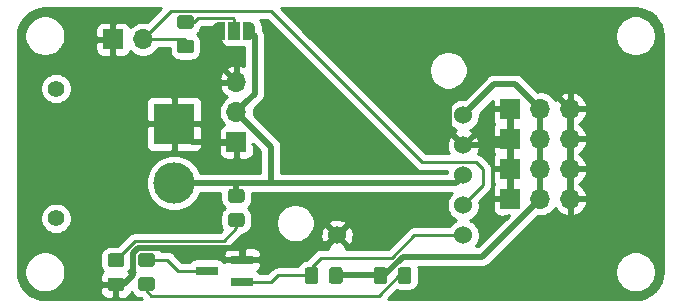
<source format=gtl>
G04 #@! TF.GenerationSoftware,KiCad,Pcbnew,(5.1.5)-3*
G04 #@! TF.CreationDate,2021-10-17T14:13:30-07:00*
G04 #@! TF.ProjectId,pololu_regulator_breakout,706f6c6f-6c75-45f7-9265-67756c61746f,rev?*
G04 #@! TF.SameCoordinates,Original*
G04 #@! TF.FileFunction,Copper,L1,Top*
G04 #@! TF.FilePolarity,Positive*
%FSLAX46Y46*%
G04 Gerber Fmt 4.6, Leading zero omitted, Abs format (unit mm)*
G04 Created by KiCad (PCBNEW (5.1.5)-3) date 2021-10-17 14:13:30*
%MOMM*%
%LPD*%
G04 APERTURE LIST*
%ADD10O,1.700000X1.700000*%
%ADD11R,1.700000X1.700000*%
%ADD12C,0.100000*%
%ADD13R,1.000000X1.500000*%
%ADD14R,1.900000X0.800000*%
%ADD15C,1.524000*%
%ADD16C,3.500000*%
%ADD17R,3.500000X3.500000*%
%ADD18C,1.400000*%
%ADD19C,0.800000*%
%ADD20C,0.250000*%
%ADD21C,0.500000*%
%ADD22C,0.254000*%
G04 APERTURE END LIST*
D10*
X128300000Y-70300000D03*
D11*
X125760000Y-70300000D03*
G04 #@! TA.AperFunction,SMDPad,CuDef*
D12*
G36*
X132374505Y-68276204D02*
G01*
X132398773Y-68279804D01*
X132422572Y-68285765D01*
X132445671Y-68294030D01*
X132467850Y-68304520D01*
X132488893Y-68317132D01*
X132508599Y-68331747D01*
X132526777Y-68348223D01*
X132543253Y-68366401D01*
X132557868Y-68386107D01*
X132570480Y-68407150D01*
X132580970Y-68429329D01*
X132589235Y-68452428D01*
X132595196Y-68476227D01*
X132598796Y-68500495D01*
X132600000Y-68524999D01*
X132600000Y-69175001D01*
X132598796Y-69199505D01*
X132595196Y-69223773D01*
X132589235Y-69247572D01*
X132580970Y-69270671D01*
X132570480Y-69292850D01*
X132557868Y-69313893D01*
X132543253Y-69333599D01*
X132526777Y-69351777D01*
X132508599Y-69368253D01*
X132488893Y-69382868D01*
X132467850Y-69395480D01*
X132445671Y-69405970D01*
X132422572Y-69414235D01*
X132398773Y-69420196D01*
X132374505Y-69423796D01*
X132350001Y-69425000D01*
X131449999Y-69425000D01*
X131425495Y-69423796D01*
X131401227Y-69420196D01*
X131377428Y-69414235D01*
X131354329Y-69405970D01*
X131332150Y-69395480D01*
X131311107Y-69382868D01*
X131291401Y-69368253D01*
X131273223Y-69351777D01*
X131256747Y-69333599D01*
X131242132Y-69313893D01*
X131229520Y-69292850D01*
X131219030Y-69270671D01*
X131210765Y-69247572D01*
X131204804Y-69223773D01*
X131201204Y-69199505D01*
X131200000Y-69175001D01*
X131200000Y-68524999D01*
X131201204Y-68500495D01*
X131204804Y-68476227D01*
X131210765Y-68452428D01*
X131219030Y-68429329D01*
X131229520Y-68407150D01*
X131242132Y-68386107D01*
X131256747Y-68366401D01*
X131273223Y-68348223D01*
X131291401Y-68331747D01*
X131311107Y-68317132D01*
X131332150Y-68304520D01*
X131354329Y-68294030D01*
X131377428Y-68285765D01*
X131401227Y-68279804D01*
X131425495Y-68276204D01*
X131449999Y-68275000D01*
X132350001Y-68275000D01*
X132374505Y-68276204D01*
G37*
G04 #@! TD.AperFunction*
G04 #@! TA.AperFunction,SMDPad,CuDef*
G36*
X132374505Y-70326204D02*
G01*
X132398773Y-70329804D01*
X132422572Y-70335765D01*
X132445671Y-70344030D01*
X132467850Y-70354520D01*
X132488893Y-70367132D01*
X132508599Y-70381747D01*
X132526777Y-70398223D01*
X132543253Y-70416401D01*
X132557868Y-70436107D01*
X132570480Y-70457150D01*
X132580970Y-70479329D01*
X132589235Y-70502428D01*
X132595196Y-70526227D01*
X132598796Y-70550495D01*
X132600000Y-70574999D01*
X132600000Y-71225001D01*
X132598796Y-71249505D01*
X132595196Y-71273773D01*
X132589235Y-71297572D01*
X132580970Y-71320671D01*
X132570480Y-71342850D01*
X132557868Y-71363893D01*
X132543253Y-71383599D01*
X132526777Y-71401777D01*
X132508599Y-71418253D01*
X132488893Y-71432868D01*
X132467850Y-71445480D01*
X132445671Y-71455970D01*
X132422572Y-71464235D01*
X132398773Y-71470196D01*
X132374505Y-71473796D01*
X132350001Y-71475000D01*
X131449999Y-71475000D01*
X131425495Y-71473796D01*
X131401227Y-71470196D01*
X131377428Y-71464235D01*
X131354329Y-71455970D01*
X131332150Y-71445480D01*
X131311107Y-71432868D01*
X131291401Y-71418253D01*
X131273223Y-71401777D01*
X131256747Y-71383599D01*
X131242132Y-71363893D01*
X131229520Y-71342850D01*
X131219030Y-71320671D01*
X131210765Y-71297572D01*
X131204804Y-71273773D01*
X131201204Y-71249505D01*
X131200000Y-71225001D01*
X131200000Y-70574999D01*
X131201204Y-70550495D01*
X131204804Y-70526227D01*
X131210765Y-70502428D01*
X131219030Y-70479329D01*
X131229520Y-70457150D01*
X131242132Y-70436107D01*
X131256747Y-70416401D01*
X131273223Y-70398223D01*
X131291401Y-70381747D01*
X131311107Y-70367132D01*
X131332150Y-70354520D01*
X131354329Y-70344030D01*
X131377428Y-70335765D01*
X131401227Y-70329804D01*
X131425495Y-70326204D01*
X131449999Y-70325000D01*
X132350001Y-70325000D01*
X132374505Y-70326204D01*
G37*
G04 #@! TD.AperFunction*
D13*
X136000000Y-69600000D03*
G04 #@! TA.AperFunction,SMDPad,CuDef*
D12*
G36*
X134700000Y-70349398D02*
G01*
X134675466Y-70349398D01*
X134626635Y-70344588D01*
X134578510Y-70335016D01*
X134531555Y-70320772D01*
X134486222Y-70301995D01*
X134442949Y-70278864D01*
X134402150Y-70251604D01*
X134364221Y-70220476D01*
X134329524Y-70185779D01*
X134298396Y-70147850D01*
X134271136Y-70107051D01*
X134248005Y-70063778D01*
X134229228Y-70018445D01*
X134214984Y-69971490D01*
X134205412Y-69923365D01*
X134200602Y-69874534D01*
X134200602Y-69850000D01*
X134200000Y-69850000D01*
X134200000Y-69350000D01*
X134200602Y-69350000D01*
X134200602Y-69325466D01*
X134205412Y-69276635D01*
X134214984Y-69228510D01*
X134229228Y-69181555D01*
X134248005Y-69136222D01*
X134271136Y-69092949D01*
X134298396Y-69052150D01*
X134329524Y-69014221D01*
X134364221Y-68979524D01*
X134402150Y-68948396D01*
X134442949Y-68921136D01*
X134486222Y-68898005D01*
X134531555Y-68879228D01*
X134578510Y-68864984D01*
X134626635Y-68855412D01*
X134675466Y-68850602D01*
X134700000Y-68850602D01*
X134700000Y-68850000D01*
X135250000Y-68850000D01*
X135250000Y-70350000D01*
X134700000Y-70350000D01*
X134700000Y-70349398D01*
G37*
G04 #@! TD.AperFunction*
G04 #@! TA.AperFunction,SMDPad,CuDef*
G36*
X136750000Y-68850000D02*
G01*
X137300000Y-68850000D01*
X137300000Y-68850602D01*
X137324534Y-68850602D01*
X137373365Y-68855412D01*
X137421490Y-68864984D01*
X137468445Y-68879228D01*
X137513778Y-68898005D01*
X137557051Y-68921136D01*
X137597850Y-68948396D01*
X137635779Y-68979524D01*
X137670476Y-69014221D01*
X137701604Y-69052150D01*
X137728864Y-69092949D01*
X137751995Y-69136222D01*
X137770772Y-69181555D01*
X137785016Y-69228510D01*
X137794588Y-69276635D01*
X137799398Y-69325466D01*
X137799398Y-69350000D01*
X137800000Y-69350000D01*
X137800000Y-69850000D01*
X137799398Y-69850000D01*
X137799398Y-69874534D01*
X137794588Y-69923365D01*
X137785016Y-69971490D01*
X137770772Y-70018445D01*
X137751995Y-70063778D01*
X137728864Y-70107051D01*
X137701604Y-70147850D01*
X137670476Y-70185779D01*
X137635779Y-70220476D01*
X137597850Y-70251604D01*
X137557051Y-70278864D01*
X137513778Y-70301995D01*
X137468445Y-70320772D01*
X137421490Y-70335016D01*
X137373365Y-70344588D01*
X137324534Y-70349398D01*
X137300000Y-70349398D01*
X137300000Y-70350000D01*
X136750000Y-70350000D01*
X136750000Y-68850000D01*
G37*
G04 #@! TD.AperFunction*
G04 #@! TA.AperFunction,SMDPad,CuDef*
G36*
X136674505Y-85026204D02*
G01*
X136698773Y-85029804D01*
X136722572Y-85035765D01*
X136745671Y-85044030D01*
X136767850Y-85054520D01*
X136788893Y-85067132D01*
X136808599Y-85081747D01*
X136826777Y-85098223D01*
X136843253Y-85116401D01*
X136857868Y-85136107D01*
X136870480Y-85157150D01*
X136880970Y-85179329D01*
X136889235Y-85202428D01*
X136895196Y-85226227D01*
X136898796Y-85250495D01*
X136900000Y-85274999D01*
X136900000Y-85925001D01*
X136898796Y-85949505D01*
X136895196Y-85973773D01*
X136889235Y-85997572D01*
X136880970Y-86020671D01*
X136870480Y-86042850D01*
X136857868Y-86063893D01*
X136843253Y-86083599D01*
X136826777Y-86101777D01*
X136808599Y-86118253D01*
X136788893Y-86132868D01*
X136767850Y-86145480D01*
X136745671Y-86155970D01*
X136722572Y-86164235D01*
X136698773Y-86170196D01*
X136674505Y-86173796D01*
X136650001Y-86175000D01*
X135749999Y-86175000D01*
X135725495Y-86173796D01*
X135701227Y-86170196D01*
X135677428Y-86164235D01*
X135654329Y-86155970D01*
X135632150Y-86145480D01*
X135611107Y-86132868D01*
X135591401Y-86118253D01*
X135573223Y-86101777D01*
X135556747Y-86083599D01*
X135542132Y-86063893D01*
X135529520Y-86042850D01*
X135519030Y-86020671D01*
X135510765Y-85997572D01*
X135504804Y-85973773D01*
X135501204Y-85949505D01*
X135500000Y-85925001D01*
X135500000Y-85274999D01*
X135501204Y-85250495D01*
X135504804Y-85226227D01*
X135510765Y-85202428D01*
X135519030Y-85179329D01*
X135529520Y-85157150D01*
X135542132Y-85136107D01*
X135556747Y-85116401D01*
X135573223Y-85098223D01*
X135591401Y-85081747D01*
X135611107Y-85067132D01*
X135632150Y-85054520D01*
X135654329Y-85044030D01*
X135677428Y-85035765D01*
X135701227Y-85029804D01*
X135725495Y-85026204D01*
X135749999Y-85025000D01*
X136650001Y-85025000D01*
X136674505Y-85026204D01*
G37*
G04 #@! TD.AperFunction*
G04 #@! TA.AperFunction,SMDPad,CuDef*
G36*
X136674505Y-82976204D02*
G01*
X136698773Y-82979804D01*
X136722572Y-82985765D01*
X136745671Y-82994030D01*
X136767850Y-83004520D01*
X136788893Y-83017132D01*
X136808599Y-83031747D01*
X136826777Y-83048223D01*
X136843253Y-83066401D01*
X136857868Y-83086107D01*
X136870480Y-83107150D01*
X136880970Y-83129329D01*
X136889235Y-83152428D01*
X136895196Y-83176227D01*
X136898796Y-83200495D01*
X136900000Y-83224999D01*
X136900000Y-83875001D01*
X136898796Y-83899505D01*
X136895196Y-83923773D01*
X136889235Y-83947572D01*
X136880970Y-83970671D01*
X136870480Y-83992850D01*
X136857868Y-84013893D01*
X136843253Y-84033599D01*
X136826777Y-84051777D01*
X136808599Y-84068253D01*
X136788893Y-84082868D01*
X136767850Y-84095480D01*
X136745671Y-84105970D01*
X136722572Y-84114235D01*
X136698773Y-84120196D01*
X136674505Y-84123796D01*
X136650001Y-84125000D01*
X135749999Y-84125000D01*
X135725495Y-84123796D01*
X135701227Y-84120196D01*
X135677428Y-84114235D01*
X135654329Y-84105970D01*
X135632150Y-84095480D01*
X135611107Y-84082868D01*
X135591401Y-84068253D01*
X135573223Y-84051777D01*
X135556747Y-84033599D01*
X135542132Y-84013893D01*
X135529520Y-83992850D01*
X135519030Y-83970671D01*
X135510765Y-83947572D01*
X135504804Y-83923773D01*
X135501204Y-83899505D01*
X135500000Y-83875001D01*
X135500000Y-83224999D01*
X135501204Y-83200495D01*
X135504804Y-83176227D01*
X135510765Y-83152428D01*
X135519030Y-83129329D01*
X135529520Y-83107150D01*
X135542132Y-83086107D01*
X135556747Y-83066401D01*
X135573223Y-83048223D01*
X135591401Y-83031747D01*
X135611107Y-83017132D01*
X135632150Y-83004520D01*
X135654329Y-82994030D01*
X135677428Y-82985765D01*
X135701227Y-82979804D01*
X135725495Y-82976204D01*
X135749999Y-82975000D01*
X136650001Y-82975000D01*
X136674505Y-82976204D01*
G37*
G04 #@! TD.AperFunction*
G04 #@! TA.AperFunction,SMDPad,CuDef*
G36*
X126474505Y-88426204D02*
G01*
X126498773Y-88429804D01*
X126522572Y-88435765D01*
X126545671Y-88444030D01*
X126567850Y-88454520D01*
X126588893Y-88467132D01*
X126608599Y-88481747D01*
X126626777Y-88498223D01*
X126643253Y-88516401D01*
X126657868Y-88536107D01*
X126670480Y-88557150D01*
X126680970Y-88579329D01*
X126689235Y-88602428D01*
X126695196Y-88626227D01*
X126698796Y-88650495D01*
X126700000Y-88674999D01*
X126700000Y-89325001D01*
X126698796Y-89349505D01*
X126695196Y-89373773D01*
X126689235Y-89397572D01*
X126680970Y-89420671D01*
X126670480Y-89442850D01*
X126657868Y-89463893D01*
X126643253Y-89483599D01*
X126626777Y-89501777D01*
X126608599Y-89518253D01*
X126588893Y-89532868D01*
X126567850Y-89545480D01*
X126545671Y-89555970D01*
X126522572Y-89564235D01*
X126498773Y-89570196D01*
X126474505Y-89573796D01*
X126450001Y-89575000D01*
X125549999Y-89575000D01*
X125525495Y-89573796D01*
X125501227Y-89570196D01*
X125477428Y-89564235D01*
X125454329Y-89555970D01*
X125432150Y-89545480D01*
X125411107Y-89532868D01*
X125391401Y-89518253D01*
X125373223Y-89501777D01*
X125356747Y-89483599D01*
X125342132Y-89463893D01*
X125329520Y-89442850D01*
X125319030Y-89420671D01*
X125310765Y-89397572D01*
X125304804Y-89373773D01*
X125301204Y-89349505D01*
X125300000Y-89325001D01*
X125300000Y-88674999D01*
X125301204Y-88650495D01*
X125304804Y-88626227D01*
X125310765Y-88602428D01*
X125319030Y-88579329D01*
X125329520Y-88557150D01*
X125342132Y-88536107D01*
X125356747Y-88516401D01*
X125373223Y-88498223D01*
X125391401Y-88481747D01*
X125411107Y-88467132D01*
X125432150Y-88454520D01*
X125454329Y-88444030D01*
X125477428Y-88435765D01*
X125501227Y-88429804D01*
X125525495Y-88426204D01*
X125549999Y-88425000D01*
X126450001Y-88425000D01*
X126474505Y-88426204D01*
G37*
G04 #@! TD.AperFunction*
G04 #@! TA.AperFunction,SMDPad,CuDef*
G36*
X126474505Y-90476204D02*
G01*
X126498773Y-90479804D01*
X126522572Y-90485765D01*
X126545671Y-90494030D01*
X126567850Y-90504520D01*
X126588893Y-90517132D01*
X126608599Y-90531747D01*
X126626777Y-90548223D01*
X126643253Y-90566401D01*
X126657868Y-90586107D01*
X126670480Y-90607150D01*
X126680970Y-90629329D01*
X126689235Y-90652428D01*
X126695196Y-90676227D01*
X126698796Y-90700495D01*
X126700000Y-90724999D01*
X126700000Y-91375001D01*
X126698796Y-91399505D01*
X126695196Y-91423773D01*
X126689235Y-91447572D01*
X126680970Y-91470671D01*
X126670480Y-91492850D01*
X126657868Y-91513893D01*
X126643253Y-91533599D01*
X126626777Y-91551777D01*
X126608599Y-91568253D01*
X126588893Y-91582868D01*
X126567850Y-91595480D01*
X126545671Y-91605970D01*
X126522572Y-91614235D01*
X126498773Y-91620196D01*
X126474505Y-91623796D01*
X126450001Y-91625000D01*
X125549999Y-91625000D01*
X125525495Y-91623796D01*
X125501227Y-91620196D01*
X125477428Y-91614235D01*
X125454329Y-91605970D01*
X125432150Y-91595480D01*
X125411107Y-91582868D01*
X125391401Y-91568253D01*
X125373223Y-91551777D01*
X125356747Y-91533599D01*
X125342132Y-91513893D01*
X125329520Y-91492850D01*
X125319030Y-91470671D01*
X125310765Y-91447572D01*
X125304804Y-91423773D01*
X125301204Y-91399505D01*
X125300000Y-91375001D01*
X125300000Y-90724999D01*
X125301204Y-90700495D01*
X125304804Y-90676227D01*
X125310765Y-90652428D01*
X125319030Y-90629329D01*
X125329520Y-90607150D01*
X125342132Y-90586107D01*
X125356747Y-90566401D01*
X125373223Y-90548223D01*
X125391401Y-90531747D01*
X125411107Y-90517132D01*
X125432150Y-90504520D01*
X125454329Y-90494030D01*
X125477428Y-90485765D01*
X125501227Y-90479804D01*
X125525495Y-90476204D01*
X125549999Y-90475000D01*
X126450001Y-90475000D01*
X126474505Y-90476204D01*
G37*
G04 #@! TD.AperFunction*
D14*
X133700000Y-89900000D03*
X136700000Y-88950000D03*
X136700000Y-90850000D03*
D15*
X155422600Y-86898480D03*
X155422600Y-84358480D03*
X155422600Y-81818480D03*
X155422600Y-79278480D03*
X155422600Y-76738480D03*
X144732600Y-86898480D03*
G04 #@! TA.AperFunction,SMDPad,CuDef*
D12*
G36*
X142924505Y-89601204D02*
G01*
X142948773Y-89604804D01*
X142972572Y-89610765D01*
X142995671Y-89619030D01*
X143017850Y-89629520D01*
X143038893Y-89642132D01*
X143058599Y-89656747D01*
X143076777Y-89673223D01*
X143093253Y-89691401D01*
X143107868Y-89711107D01*
X143120480Y-89732150D01*
X143130970Y-89754329D01*
X143139235Y-89777428D01*
X143145196Y-89801227D01*
X143148796Y-89825495D01*
X143150000Y-89849999D01*
X143150000Y-90750001D01*
X143148796Y-90774505D01*
X143145196Y-90798773D01*
X143139235Y-90822572D01*
X143130970Y-90845671D01*
X143120480Y-90867850D01*
X143107868Y-90888893D01*
X143093253Y-90908599D01*
X143076777Y-90926777D01*
X143058599Y-90943253D01*
X143038893Y-90957868D01*
X143017850Y-90970480D01*
X142995671Y-90980970D01*
X142972572Y-90989235D01*
X142948773Y-90995196D01*
X142924505Y-90998796D01*
X142900001Y-91000000D01*
X142249999Y-91000000D01*
X142225495Y-90998796D01*
X142201227Y-90995196D01*
X142177428Y-90989235D01*
X142154329Y-90980970D01*
X142132150Y-90970480D01*
X142111107Y-90957868D01*
X142091401Y-90943253D01*
X142073223Y-90926777D01*
X142056747Y-90908599D01*
X142042132Y-90888893D01*
X142029520Y-90867850D01*
X142019030Y-90845671D01*
X142010765Y-90822572D01*
X142004804Y-90798773D01*
X142001204Y-90774505D01*
X142000000Y-90750001D01*
X142000000Y-89849999D01*
X142001204Y-89825495D01*
X142004804Y-89801227D01*
X142010765Y-89777428D01*
X142019030Y-89754329D01*
X142029520Y-89732150D01*
X142042132Y-89711107D01*
X142056747Y-89691401D01*
X142073223Y-89673223D01*
X142091401Y-89656747D01*
X142111107Y-89642132D01*
X142132150Y-89629520D01*
X142154329Y-89619030D01*
X142177428Y-89610765D01*
X142201227Y-89604804D01*
X142225495Y-89601204D01*
X142249999Y-89600000D01*
X142900001Y-89600000D01*
X142924505Y-89601204D01*
G37*
G04 #@! TD.AperFunction*
G04 #@! TA.AperFunction,SMDPad,CuDef*
G36*
X144974505Y-89601204D02*
G01*
X144998773Y-89604804D01*
X145022572Y-89610765D01*
X145045671Y-89619030D01*
X145067850Y-89629520D01*
X145088893Y-89642132D01*
X145108599Y-89656747D01*
X145126777Y-89673223D01*
X145143253Y-89691401D01*
X145157868Y-89711107D01*
X145170480Y-89732150D01*
X145180970Y-89754329D01*
X145189235Y-89777428D01*
X145195196Y-89801227D01*
X145198796Y-89825495D01*
X145200000Y-89849999D01*
X145200000Y-90750001D01*
X145198796Y-90774505D01*
X145195196Y-90798773D01*
X145189235Y-90822572D01*
X145180970Y-90845671D01*
X145170480Y-90867850D01*
X145157868Y-90888893D01*
X145143253Y-90908599D01*
X145126777Y-90926777D01*
X145108599Y-90943253D01*
X145088893Y-90957868D01*
X145067850Y-90970480D01*
X145045671Y-90980970D01*
X145022572Y-90989235D01*
X144998773Y-90995196D01*
X144974505Y-90998796D01*
X144950001Y-91000000D01*
X144299999Y-91000000D01*
X144275495Y-90998796D01*
X144251227Y-90995196D01*
X144227428Y-90989235D01*
X144204329Y-90980970D01*
X144182150Y-90970480D01*
X144161107Y-90957868D01*
X144141401Y-90943253D01*
X144123223Y-90926777D01*
X144106747Y-90908599D01*
X144092132Y-90888893D01*
X144079520Y-90867850D01*
X144069030Y-90845671D01*
X144060765Y-90822572D01*
X144054804Y-90798773D01*
X144051204Y-90774505D01*
X144050000Y-90750001D01*
X144050000Y-89849999D01*
X144051204Y-89825495D01*
X144054804Y-89801227D01*
X144060765Y-89777428D01*
X144069030Y-89754329D01*
X144079520Y-89732150D01*
X144092132Y-89711107D01*
X144106747Y-89691401D01*
X144123223Y-89673223D01*
X144141401Y-89656747D01*
X144161107Y-89642132D01*
X144182150Y-89629520D01*
X144204329Y-89619030D01*
X144227428Y-89610765D01*
X144251227Y-89604804D01*
X144275495Y-89601204D01*
X144299999Y-89600000D01*
X144950001Y-89600000D01*
X144974505Y-89601204D01*
G37*
G04 #@! TD.AperFunction*
G04 #@! TA.AperFunction,SMDPad,CuDef*
G36*
X150799505Y-89601204D02*
G01*
X150823773Y-89604804D01*
X150847572Y-89610765D01*
X150870671Y-89619030D01*
X150892850Y-89629520D01*
X150913893Y-89642132D01*
X150933599Y-89656747D01*
X150951777Y-89673223D01*
X150968253Y-89691401D01*
X150982868Y-89711107D01*
X150995480Y-89732150D01*
X151005970Y-89754329D01*
X151014235Y-89777428D01*
X151020196Y-89801227D01*
X151023796Y-89825495D01*
X151025000Y-89849999D01*
X151025000Y-90750001D01*
X151023796Y-90774505D01*
X151020196Y-90798773D01*
X151014235Y-90822572D01*
X151005970Y-90845671D01*
X150995480Y-90867850D01*
X150982868Y-90888893D01*
X150968253Y-90908599D01*
X150951777Y-90926777D01*
X150933599Y-90943253D01*
X150913893Y-90957868D01*
X150892850Y-90970480D01*
X150870671Y-90980970D01*
X150847572Y-90989235D01*
X150823773Y-90995196D01*
X150799505Y-90998796D01*
X150775001Y-91000000D01*
X150124999Y-91000000D01*
X150100495Y-90998796D01*
X150076227Y-90995196D01*
X150052428Y-90989235D01*
X150029329Y-90980970D01*
X150007150Y-90970480D01*
X149986107Y-90957868D01*
X149966401Y-90943253D01*
X149948223Y-90926777D01*
X149931747Y-90908599D01*
X149917132Y-90888893D01*
X149904520Y-90867850D01*
X149894030Y-90845671D01*
X149885765Y-90822572D01*
X149879804Y-90798773D01*
X149876204Y-90774505D01*
X149875000Y-90750001D01*
X149875000Y-89849999D01*
X149876204Y-89825495D01*
X149879804Y-89801227D01*
X149885765Y-89777428D01*
X149894030Y-89754329D01*
X149904520Y-89732150D01*
X149917132Y-89711107D01*
X149931747Y-89691401D01*
X149948223Y-89673223D01*
X149966401Y-89656747D01*
X149986107Y-89642132D01*
X150007150Y-89629520D01*
X150029329Y-89619030D01*
X150052428Y-89610765D01*
X150076227Y-89604804D01*
X150100495Y-89601204D01*
X150124999Y-89600000D01*
X150775001Y-89600000D01*
X150799505Y-89601204D01*
G37*
G04 #@! TD.AperFunction*
G04 #@! TA.AperFunction,SMDPad,CuDef*
G36*
X148749505Y-89601204D02*
G01*
X148773773Y-89604804D01*
X148797572Y-89610765D01*
X148820671Y-89619030D01*
X148842850Y-89629520D01*
X148863893Y-89642132D01*
X148883599Y-89656747D01*
X148901777Y-89673223D01*
X148918253Y-89691401D01*
X148932868Y-89711107D01*
X148945480Y-89732150D01*
X148955970Y-89754329D01*
X148964235Y-89777428D01*
X148970196Y-89801227D01*
X148973796Y-89825495D01*
X148975000Y-89849999D01*
X148975000Y-90750001D01*
X148973796Y-90774505D01*
X148970196Y-90798773D01*
X148964235Y-90822572D01*
X148955970Y-90845671D01*
X148945480Y-90867850D01*
X148932868Y-90888893D01*
X148918253Y-90908599D01*
X148901777Y-90926777D01*
X148883599Y-90943253D01*
X148863893Y-90957868D01*
X148842850Y-90970480D01*
X148820671Y-90980970D01*
X148797572Y-90989235D01*
X148773773Y-90995196D01*
X148749505Y-90998796D01*
X148725001Y-91000000D01*
X148074999Y-91000000D01*
X148050495Y-90998796D01*
X148026227Y-90995196D01*
X148002428Y-90989235D01*
X147979329Y-90980970D01*
X147957150Y-90970480D01*
X147936107Y-90957868D01*
X147916401Y-90943253D01*
X147898223Y-90926777D01*
X147881747Y-90908599D01*
X147867132Y-90888893D01*
X147854520Y-90867850D01*
X147844030Y-90845671D01*
X147835765Y-90822572D01*
X147829804Y-90798773D01*
X147826204Y-90774505D01*
X147825000Y-90750001D01*
X147825000Y-89849999D01*
X147826204Y-89825495D01*
X147829804Y-89801227D01*
X147835765Y-89777428D01*
X147844030Y-89754329D01*
X147854520Y-89732150D01*
X147867132Y-89711107D01*
X147881747Y-89691401D01*
X147898223Y-89673223D01*
X147916401Y-89656747D01*
X147936107Y-89642132D01*
X147957150Y-89629520D01*
X147979329Y-89619030D01*
X148002428Y-89610765D01*
X148026227Y-89604804D01*
X148050495Y-89601204D01*
X148074999Y-89600000D01*
X148725001Y-89600000D01*
X148749505Y-89601204D01*
G37*
G04 #@! TD.AperFunction*
G04 #@! TA.AperFunction,SMDPad,CuDef*
G36*
X129074505Y-90451204D02*
G01*
X129098773Y-90454804D01*
X129122572Y-90460765D01*
X129145671Y-90469030D01*
X129167850Y-90479520D01*
X129188893Y-90492132D01*
X129208599Y-90506747D01*
X129226777Y-90523223D01*
X129243253Y-90541401D01*
X129257868Y-90561107D01*
X129270480Y-90582150D01*
X129280970Y-90604329D01*
X129289235Y-90627428D01*
X129295196Y-90651227D01*
X129298796Y-90675495D01*
X129300000Y-90699999D01*
X129300000Y-91350001D01*
X129298796Y-91374505D01*
X129295196Y-91398773D01*
X129289235Y-91422572D01*
X129280970Y-91445671D01*
X129270480Y-91467850D01*
X129257868Y-91488893D01*
X129243253Y-91508599D01*
X129226777Y-91526777D01*
X129208599Y-91543253D01*
X129188893Y-91557868D01*
X129167850Y-91570480D01*
X129145671Y-91580970D01*
X129122572Y-91589235D01*
X129098773Y-91595196D01*
X129074505Y-91598796D01*
X129050001Y-91600000D01*
X128149999Y-91600000D01*
X128125495Y-91598796D01*
X128101227Y-91595196D01*
X128077428Y-91589235D01*
X128054329Y-91580970D01*
X128032150Y-91570480D01*
X128011107Y-91557868D01*
X127991401Y-91543253D01*
X127973223Y-91526777D01*
X127956747Y-91508599D01*
X127942132Y-91488893D01*
X127929520Y-91467850D01*
X127919030Y-91445671D01*
X127910765Y-91422572D01*
X127904804Y-91398773D01*
X127901204Y-91374505D01*
X127900000Y-91350001D01*
X127900000Y-90699999D01*
X127901204Y-90675495D01*
X127904804Y-90651227D01*
X127910765Y-90627428D01*
X127919030Y-90604329D01*
X127929520Y-90582150D01*
X127942132Y-90561107D01*
X127956747Y-90541401D01*
X127973223Y-90523223D01*
X127991401Y-90506747D01*
X128011107Y-90492132D01*
X128032150Y-90479520D01*
X128054329Y-90469030D01*
X128077428Y-90460765D01*
X128101227Y-90454804D01*
X128125495Y-90451204D01*
X128149999Y-90450000D01*
X129050001Y-90450000D01*
X129074505Y-90451204D01*
G37*
G04 #@! TD.AperFunction*
G04 #@! TA.AperFunction,SMDPad,CuDef*
G36*
X129074505Y-88401204D02*
G01*
X129098773Y-88404804D01*
X129122572Y-88410765D01*
X129145671Y-88419030D01*
X129167850Y-88429520D01*
X129188893Y-88442132D01*
X129208599Y-88456747D01*
X129226777Y-88473223D01*
X129243253Y-88491401D01*
X129257868Y-88511107D01*
X129270480Y-88532150D01*
X129280970Y-88554329D01*
X129289235Y-88577428D01*
X129295196Y-88601227D01*
X129298796Y-88625495D01*
X129300000Y-88649999D01*
X129300000Y-89300001D01*
X129298796Y-89324505D01*
X129295196Y-89348773D01*
X129289235Y-89372572D01*
X129280970Y-89395671D01*
X129270480Y-89417850D01*
X129257868Y-89438893D01*
X129243253Y-89458599D01*
X129226777Y-89476777D01*
X129208599Y-89493253D01*
X129188893Y-89507868D01*
X129167850Y-89520480D01*
X129145671Y-89530970D01*
X129122572Y-89539235D01*
X129098773Y-89545196D01*
X129074505Y-89548796D01*
X129050001Y-89550000D01*
X128149999Y-89550000D01*
X128125495Y-89548796D01*
X128101227Y-89545196D01*
X128077428Y-89539235D01*
X128054329Y-89530970D01*
X128032150Y-89520480D01*
X128011107Y-89507868D01*
X127991401Y-89493253D01*
X127973223Y-89476777D01*
X127956747Y-89458599D01*
X127942132Y-89438893D01*
X127929520Y-89417850D01*
X127919030Y-89395671D01*
X127910765Y-89372572D01*
X127904804Y-89348773D01*
X127901204Y-89324505D01*
X127900000Y-89300001D01*
X127900000Y-88649999D01*
X127901204Y-88625495D01*
X127904804Y-88601227D01*
X127910765Y-88577428D01*
X127919030Y-88554329D01*
X127929520Y-88532150D01*
X127942132Y-88511107D01*
X127956747Y-88491401D01*
X127973223Y-88473223D01*
X127991401Y-88456747D01*
X128011107Y-88442132D01*
X128032150Y-88429520D01*
X128054329Y-88419030D01*
X128077428Y-88410765D01*
X128101227Y-88404804D01*
X128125495Y-88401204D01*
X128149999Y-88400000D01*
X129050001Y-88400000D01*
X129074505Y-88401204D01*
G37*
G04 #@! TD.AperFunction*
D10*
X164465000Y-76200000D03*
X161925000Y-76200000D03*
D11*
X159385000Y-76200000D03*
D10*
X164465000Y-78740000D03*
X161925000Y-78740000D03*
D11*
X159385000Y-78740000D03*
D10*
X164465000Y-81280000D03*
X161925000Y-81280000D03*
D11*
X159385000Y-81280000D03*
D10*
X164465000Y-83820000D03*
X161925000Y-83820000D03*
D11*
X159385000Y-83820000D03*
D16*
X130937000Y-82470000D03*
D17*
X130937000Y-77470000D03*
D18*
X120937000Y-85470000D03*
X120937000Y-74470000D03*
D10*
X136200000Y-73920000D03*
X136200000Y-76460000D03*
D11*
X136200000Y-79000000D03*
D19*
X164000000Y-87000000D03*
X170000000Y-83000000D03*
X170000000Y-77000000D03*
X164000000Y-70000000D03*
X157000000Y-70000000D03*
X149000000Y-70000000D03*
X149000000Y-80000000D03*
X142000000Y-80000000D03*
X142000000Y-74000000D03*
X154000000Y-91000000D03*
X149000000Y-85000000D03*
X126000000Y-85000000D03*
X126000000Y-80000000D03*
X126108500Y-74891500D03*
X121000000Y-80000000D03*
D20*
X149988190Y-90300000D02*
X148288190Y-92000000D01*
X150450000Y-90300000D02*
X149988190Y-90300000D01*
X128600000Y-91600000D02*
X128600000Y-91025000D01*
X129000000Y-92000000D02*
X128600000Y-91600000D01*
X148288190Y-92000000D02*
X129000000Y-92000000D01*
X128600000Y-88975000D02*
X130375000Y-88975000D01*
X131300000Y-89900000D02*
X133700000Y-89900000D01*
X130375000Y-88975000D02*
X131300000Y-89900000D01*
D21*
X155422600Y-76738480D02*
X158061080Y-74100000D01*
X158061080Y-74100000D02*
X159825000Y-74100000D01*
X159825000Y-74100000D02*
X161925000Y-76200000D01*
X161925000Y-76200000D02*
X161925000Y-83820000D01*
X148400000Y-90300000D02*
X144625000Y-90300000D01*
X148685034Y-90300000D02*
X150285034Y-88700000D01*
X148400000Y-90300000D02*
X148685034Y-90300000D01*
X157045000Y-88700000D02*
X161925000Y-83820000D01*
X150285034Y-88700000D02*
X157045000Y-88700000D01*
X154771080Y-82470000D02*
X155422600Y-81818480D01*
X136200000Y-82600000D02*
X136200000Y-83550000D01*
X136330000Y-82470000D02*
X136200000Y-82600000D01*
X130937000Y-82470000D02*
X136330000Y-82470000D01*
X139130000Y-82470000D02*
X139130000Y-79390000D01*
X139130000Y-79390000D02*
X136200000Y-76460000D01*
X139130000Y-82470000D02*
X154771080Y-82470000D01*
X136330000Y-82470000D02*
X139130000Y-82470000D01*
X137049999Y-75610001D02*
X136200000Y-76460000D01*
X137754064Y-74905936D02*
X137049999Y-75610001D01*
X137754064Y-70054064D02*
X137754064Y-74905936D01*
X137300000Y-69600000D02*
X137754064Y-70054064D01*
D20*
X142575000Y-89600000D02*
X143375000Y-88800000D01*
X142575000Y-90300000D02*
X142575000Y-89600000D01*
X151273368Y-86898480D02*
X154344970Y-86898480D01*
X154344970Y-86898480D02*
X155422600Y-86898480D01*
X149371848Y-88800000D02*
X151273368Y-86898480D01*
X143375000Y-88800000D02*
X149371848Y-88800000D01*
X136700000Y-90850000D02*
X139150000Y-90850000D01*
X139700000Y-90300000D02*
X142575000Y-90300000D01*
X139150000Y-90850000D02*
X139700000Y-90300000D01*
D21*
X127860044Y-87949990D02*
X136599990Y-87949990D01*
X136599990Y-87949990D02*
X136700000Y-88050000D01*
X127449990Y-88360044D02*
X127860044Y-87949990D01*
X127449990Y-90300010D02*
X127449990Y-88360044D01*
X126700000Y-91050000D02*
X127449990Y-90300010D01*
X126000000Y-91050000D02*
X126700000Y-91050000D01*
X134700000Y-72420000D02*
X136200000Y-73920000D01*
X134700000Y-69600000D02*
X134700000Y-72420000D01*
X158846520Y-79278480D02*
X159385000Y-78740000D01*
X155422600Y-79278480D02*
X158846520Y-79278480D01*
X159385000Y-76200000D02*
X159385000Y-83820000D01*
X164465000Y-76200000D02*
X164465000Y-83820000D01*
X164465000Y-76200000D02*
X161365000Y-73100000D01*
X161365000Y-73100000D02*
X157000000Y-73100000D01*
X154660601Y-78516481D02*
X155422600Y-79278480D01*
X154210599Y-78066479D02*
X154660601Y-78516481D01*
X154210599Y-75889401D02*
X154210599Y-78066479D01*
X157000000Y-73100000D02*
X154210599Y-75889401D01*
X136700000Y-88050000D02*
X136700000Y-88950000D01*
X143970601Y-87660479D02*
X137089521Y-87660479D01*
X137089521Y-87660479D02*
X136700000Y-88050000D01*
X144732600Y-86898480D02*
X143970601Y-87660479D01*
X132467000Y-79000000D02*
X130937000Y-77470000D01*
X136200000Y-79000000D02*
X132467000Y-79000000D01*
X125760000Y-71650000D02*
X125760000Y-70300000D01*
X125760000Y-74543000D02*
X125760000Y-71650000D01*
X128687000Y-77470000D02*
X126108500Y-74891500D01*
X130937000Y-77470000D02*
X128687000Y-77470000D01*
X126108500Y-74891500D02*
X125760000Y-74543000D01*
D20*
X136200000Y-86300000D02*
X136200000Y-85600000D01*
X135125020Y-87374980D02*
X136200000Y-86300000D01*
X127621868Y-87374980D02*
X135125020Y-87374980D01*
X126000000Y-89000000D02*
X126000000Y-88996848D01*
X126000000Y-88996848D02*
X127621868Y-87374980D01*
X132600000Y-68850000D02*
X131900000Y-68850000D01*
X132925010Y-68524990D02*
X132600000Y-68850000D01*
X135924990Y-68524990D02*
X132925010Y-68524990D01*
X136000000Y-68600000D02*
X135924990Y-68524990D01*
X136000000Y-69600000D02*
X136000000Y-68600000D01*
X131900000Y-70325000D02*
X131900000Y-70900000D01*
X131875000Y-70300000D02*
X131900000Y-70325000D01*
X128300000Y-70300000D02*
X131875000Y-70300000D01*
X155422600Y-84358480D02*
X157100000Y-82681080D01*
X157100000Y-82681080D02*
X157100000Y-81300000D01*
X156531479Y-80731479D02*
X151931479Y-80731479D01*
X157100000Y-81300000D02*
X156531479Y-80731479D01*
X129149999Y-69450001D02*
X128300000Y-70300000D01*
X130650010Y-67949990D02*
X129149999Y-69450001D01*
X139149990Y-67949990D02*
X130650010Y-67949990D01*
X151931479Y-80731479D02*
X139149990Y-67949990D01*
D22*
G36*
X128666408Y-68858791D02*
G01*
X128446260Y-68815000D01*
X128153740Y-68815000D01*
X127866842Y-68872068D01*
X127596589Y-68984010D01*
X127353368Y-69146525D01*
X127221513Y-69278380D01*
X127199502Y-69205820D01*
X127140537Y-69095506D01*
X127061185Y-68998815D01*
X126964494Y-68919463D01*
X126854180Y-68860498D01*
X126734482Y-68824188D01*
X126610000Y-68811928D01*
X126045750Y-68815000D01*
X125887000Y-68973750D01*
X125887000Y-70173000D01*
X125907000Y-70173000D01*
X125907000Y-70427000D01*
X125887000Y-70427000D01*
X125887000Y-71626250D01*
X126045750Y-71785000D01*
X126610000Y-71788072D01*
X126734482Y-71775812D01*
X126854180Y-71739502D01*
X126964494Y-71680537D01*
X127061185Y-71601185D01*
X127140537Y-71504494D01*
X127199502Y-71394180D01*
X127221513Y-71321620D01*
X127353368Y-71453475D01*
X127596589Y-71615990D01*
X127866842Y-71727932D01*
X128153740Y-71785000D01*
X128446260Y-71785000D01*
X128733158Y-71727932D01*
X129003411Y-71615990D01*
X129246632Y-71453475D01*
X129453475Y-71246632D01*
X129578178Y-71060000D01*
X130561928Y-71060000D01*
X130561928Y-71225001D01*
X130578992Y-71398255D01*
X130629528Y-71564851D01*
X130711595Y-71718387D01*
X130822038Y-71852962D01*
X130956613Y-71963405D01*
X131110149Y-72045472D01*
X131276745Y-72096008D01*
X131449999Y-72113072D01*
X132350001Y-72113072D01*
X132523255Y-72096008D01*
X132689851Y-72045472D01*
X132843387Y-71963405D01*
X132977962Y-71852962D01*
X133088405Y-71718387D01*
X133170472Y-71564851D01*
X133221008Y-71398255D01*
X133238072Y-71225001D01*
X133238072Y-70574999D01*
X133221008Y-70401745D01*
X133170472Y-70235149D01*
X133088405Y-70081613D01*
X132977962Y-69947038D01*
X132890184Y-69875000D01*
X132977962Y-69802962D01*
X133088405Y-69668387D01*
X133170472Y-69514851D01*
X133221008Y-69348255D01*
X133225866Y-69298935D01*
X133239811Y-69284990D01*
X134861928Y-69284990D01*
X134861928Y-70350000D01*
X134874188Y-70474482D01*
X134910498Y-70594180D01*
X134969463Y-70704494D01*
X135048815Y-70801185D01*
X135145506Y-70880537D01*
X135255820Y-70939502D01*
X135375518Y-70975812D01*
X135500000Y-70988072D01*
X136500000Y-70988072D01*
X136624482Y-70975812D01*
X136625000Y-70975655D01*
X136625518Y-70975812D01*
X136750000Y-70988072D01*
X136869064Y-70988072D01*
X136869065Y-72598367D01*
X136831252Y-72575843D01*
X136556891Y-72478519D01*
X136327000Y-72599186D01*
X136327000Y-73793000D01*
X136347000Y-73793000D01*
X136347000Y-74047000D01*
X136327000Y-74047000D01*
X136327000Y-74067000D01*
X136073000Y-74067000D01*
X136073000Y-74047000D01*
X134879845Y-74047000D01*
X134758524Y-74276890D01*
X134803175Y-74424099D01*
X134928359Y-74686920D01*
X135102412Y-74920269D01*
X135318645Y-75115178D01*
X135435534Y-75184805D01*
X135253368Y-75306525D01*
X135046525Y-75513368D01*
X134884010Y-75756589D01*
X134772068Y-76026842D01*
X134715000Y-76313740D01*
X134715000Y-76606260D01*
X134772068Y-76893158D01*
X134884010Y-77163411D01*
X135046525Y-77406632D01*
X135178380Y-77538487D01*
X135105820Y-77560498D01*
X134995506Y-77619463D01*
X134898815Y-77698815D01*
X134819463Y-77795506D01*
X134760498Y-77905820D01*
X134724188Y-78025518D01*
X134711928Y-78150000D01*
X134715000Y-78714250D01*
X134873750Y-78873000D01*
X136073000Y-78873000D01*
X136073000Y-78853000D01*
X136327000Y-78853000D01*
X136327000Y-78873000D01*
X136347000Y-78873000D01*
X136347000Y-79127000D01*
X136327000Y-79127000D01*
X136327000Y-80326250D01*
X136485750Y-80485000D01*
X137050000Y-80488072D01*
X137174482Y-80475812D01*
X137294180Y-80439502D01*
X137404494Y-80380537D01*
X137501185Y-80301185D01*
X137580537Y-80204494D01*
X137639502Y-80094180D01*
X137675812Y-79974482D01*
X137688072Y-79850000D01*
X137685000Y-79285750D01*
X137526252Y-79127002D01*
X137615423Y-79127002D01*
X138245001Y-79756580D01*
X138245000Y-81585000D01*
X136373469Y-81585000D01*
X136330000Y-81580719D01*
X136286531Y-81585000D01*
X133151927Y-81585000D01*
X133050560Y-81340279D01*
X132789550Y-80949651D01*
X132457349Y-80617450D01*
X132066721Y-80356440D01*
X131632679Y-80176654D01*
X131171902Y-80085000D01*
X130702098Y-80085000D01*
X130241321Y-80176654D01*
X129807279Y-80356440D01*
X129416651Y-80617450D01*
X129084450Y-80949651D01*
X128823440Y-81340279D01*
X128643654Y-81774321D01*
X128552000Y-82235098D01*
X128552000Y-82704902D01*
X128643654Y-83165679D01*
X128823440Y-83599721D01*
X129084450Y-83990349D01*
X129416651Y-84322550D01*
X129807279Y-84583560D01*
X130241321Y-84763346D01*
X130702098Y-84855000D01*
X131171902Y-84855000D01*
X131632679Y-84763346D01*
X132066721Y-84583560D01*
X132457349Y-84322550D01*
X132789550Y-83990349D01*
X133050560Y-83599721D01*
X133151927Y-83355000D01*
X134861928Y-83355000D01*
X134861928Y-83875001D01*
X134878992Y-84048255D01*
X134929528Y-84214851D01*
X135011595Y-84368387D01*
X135122038Y-84502962D01*
X135209816Y-84575000D01*
X135122038Y-84647038D01*
X135011595Y-84781613D01*
X134929528Y-84935149D01*
X134878992Y-85101745D01*
X134861928Y-85274999D01*
X134861928Y-85925001D01*
X134878992Y-86098255D01*
X134929528Y-86264851D01*
X135009929Y-86415270D01*
X134810219Y-86614980D01*
X127659193Y-86614980D01*
X127621868Y-86611304D01*
X127584543Y-86614980D01*
X127584535Y-86614980D01*
X127472882Y-86625977D01*
X127329621Y-86669434D01*
X127197592Y-86740006D01*
X127081867Y-86834979D01*
X127058069Y-86863977D01*
X126135119Y-87786928D01*
X125549999Y-87786928D01*
X125376745Y-87803992D01*
X125210149Y-87854528D01*
X125056613Y-87936595D01*
X124922038Y-88047038D01*
X124811595Y-88181613D01*
X124729528Y-88335149D01*
X124678992Y-88501745D01*
X124661928Y-88674999D01*
X124661928Y-89325001D01*
X124678992Y-89498255D01*
X124729528Y-89664851D01*
X124811595Y-89818387D01*
X124922038Y-89952962D01*
X124928594Y-89958342D01*
X124848815Y-90023815D01*
X124769463Y-90120506D01*
X124710498Y-90230820D01*
X124674188Y-90350518D01*
X124661928Y-90475000D01*
X124665000Y-90764250D01*
X124823750Y-90923000D01*
X125873000Y-90923000D01*
X125873000Y-90903000D01*
X126127000Y-90903000D01*
X126127000Y-90923000D01*
X126147000Y-90923000D01*
X126147000Y-91177000D01*
X126127000Y-91177000D01*
X126127000Y-92101250D01*
X126285750Y-92260000D01*
X126700000Y-92263072D01*
X126824482Y-92250812D01*
X126944180Y-92214502D01*
X127054494Y-92155537D01*
X127151185Y-92076185D01*
X127230537Y-91979494D01*
X127289502Y-91869180D01*
X127325812Y-91749482D01*
X127331349Y-91693258D01*
X127411595Y-91843387D01*
X127522038Y-91977962D01*
X127656613Y-92088405D01*
X127810149Y-92170472D01*
X127976745Y-92221008D01*
X128149999Y-92238072D01*
X128163271Y-92238072D01*
X128230199Y-92305000D01*
X120033991Y-92305000D01*
X119552937Y-92257832D01*
X119122903Y-92127997D01*
X118726277Y-91917108D01*
X118378168Y-91633197D01*
X118091830Y-91287074D01*
X117878177Y-90891931D01*
X117745344Y-90462817D01*
X117695000Y-89983824D01*
X117695000Y-89829117D01*
X118265000Y-89829117D01*
X118265000Y-90170883D01*
X118331675Y-90506081D01*
X118462463Y-90821831D01*
X118652337Y-91105998D01*
X118894002Y-91347663D01*
X119178169Y-91537537D01*
X119493919Y-91668325D01*
X119829117Y-91735000D01*
X120170883Y-91735000D01*
X120506081Y-91668325D01*
X120610676Y-91625000D01*
X124661928Y-91625000D01*
X124674188Y-91749482D01*
X124710498Y-91869180D01*
X124769463Y-91979494D01*
X124848815Y-92076185D01*
X124945506Y-92155537D01*
X125055820Y-92214502D01*
X125175518Y-92250812D01*
X125300000Y-92263072D01*
X125714250Y-92260000D01*
X125873000Y-92101250D01*
X125873000Y-91177000D01*
X124823750Y-91177000D01*
X124665000Y-91335750D01*
X124661928Y-91625000D01*
X120610676Y-91625000D01*
X120821831Y-91537537D01*
X121105998Y-91347663D01*
X121347663Y-91105998D01*
X121537537Y-90821831D01*
X121668325Y-90506081D01*
X121735000Y-90170883D01*
X121735000Y-89829117D01*
X121668325Y-89493919D01*
X121537537Y-89178169D01*
X121347663Y-88894002D01*
X121105998Y-88652337D01*
X120821831Y-88462463D01*
X120506081Y-88331675D01*
X120170883Y-88265000D01*
X119829117Y-88265000D01*
X119493919Y-88331675D01*
X119178169Y-88462463D01*
X118894002Y-88652337D01*
X118652337Y-88894002D01*
X118462463Y-89178169D01*
X118331675Y-89493919D01*
X118265000Y-89829117D01*
X117695000Y-89829117D01*
X117695000Y-85338514D01*
X119602000Y-85338514D01*
X119602000Y-85601486D01*
X119653304Y-85859405D01*
X119753939Y-86102359D01*
X119900038Y-86321013D01*
X120085987Y-86506962D01*
X120304641Y-86653061D01*
X120547595Y-86753696D01*
X120805514Y-86805000D01*
X121068486Y-86805000D01*
X121326405Y-86753696D01*
X121569359Y-86653061D01*
X121788013Y-86506962D01*
X121973962Y-86321013D01*
X122120061Y-86102359D01*
X122220696Y-85859405D01*
X122272000Y-85601486D01*
X122272000Y-85338514D01*
X122220696Y-85080595D01*
X122120061Y-84837641D01*
X121973962Y-84618987D01*
X121788013Y-84433038D01*
X121569359Y-84286939D01*
X121326405Y-84186304D01*
X121068486Y-84135000D01*
X120805514Y-84135000D01*
X120547595Y-84186304D01*
X120304641Y-84286939D01*
X120085987Y-84433038D01*
X119900038Y-84618987D01*
X119753939Y-84837641D01*
X119653304Y-85080595D01*
X119602000Y-85338514D01*
X117695000Y-85338514D01*
X117695000Y-79220000D01*
X128548928Y-79220000D01*
X128561188Y-79344482D01*
X128597498Y-79464180D01*
X128656463Y-79574494D01*
X128735815Y-79671185D01*
X128832506Y-79750537D01*
X128942820Y-79809502D01*
X129062518Y-79845812D01*
X129187000Y-79858072D01*
X130651250Y-79855000D01*
X130810000Y-79696250D01*
X130810000Y-77597000D01*
X131064000Y-77597000D01*
X131064000Y-79696250D01*
X131222750Y-79855000D01*
X132687000Y-79858072D01*
X132768959Y-79850000D01*
X134711928Y-79850000D01*
X134724188Y-79974482D01*
X134760498Y-80094180D01*
X134819463Y-80204494D01*
X134898815Y-80301185D01*
X134995506Y-80380537D01*
X135105820Y-80439502D01*
X135225518Y-80475812D01*
X135350000Y-80488072D01*
X135914250Y-80485000D01*
X136073000Y-80326250D01*
X136073000Y-79127000D01*
X134873750Y-79127000D01*
X134715000Y-79285750D01*
X134711928Y-79850000D01*
X132768959Y-79850000D01*
X132811482Y-79845812D01*
X132931180Y-79809502D01*
X133041494Y-79750537D01*
X133138185Y-79671185D01*
X133217537Y-79574494D01*
X133276502Y-79464180D01*
X133312812Y-79344482D01*
X133325072Y-79220000D01*
X133322000Y-77755750D01*
X133163250Y-77597000D01*
X131064000Y-77597000D01*
X130810000Y-77597000D01*
X128710750Y-77597000D01*
X128552000Y-77755750D01*
X128548928Y-79220000D01*
X117695000Y-79220000D01*
X117695000Y-74338514D01*
X119602000Y-74338514D01*
X119602000Y-74601486D01*
X119653304Y-74859405D01*
X119753939Y-75102359D01*
X119900038Y-75321013D01*
X120085987Y-75506962D01*
X120304641Y-75653061D01*
X120547595Y-75753696D01*
X120805514Y-75805000D01*
X121068486Y-75805000D01*
X121326405Y-75753696D01*
X121407754Y-75720000D01*
X128548928Y-75720000D01*
X128552000Y-77184250D01*
X128710750Y-77343000D01*
X130810000Y-77343000D01*
X130810000Y-75243750D01*
X131064000Y-75243750D01*
X131064000Y-77343000D01*
X133163250Y-77343000D01*
X133322000Y-77184250D01*
X133325072Y-75720000D01*
X133312812Y-75595518D01*
X133276502Y-75475820D01*
X133217537Y-75365506D01*
X133138185Y-75268815D01*
X133041494Y-75189463D01*
X132931180Y-75130498D01*
X132811482Y-75094188D01*
X132687000Y-75081928D01*
X131222750Y-75085000D01*
X131064000Y-75243750D01*
X130810000Y-75243750D01*
X130651250Y-75085000D01*
X129187000Y-75081928D01*
X129062518Y-75094188D01*
X128942820Y-75130498D01*
X128832506Y-75189463D01*
X128735815Y-75268815D01*
X128656463Y-75365506D01*
X128597498Y-75475820D01*
X128561188Y-75595518D01*
X128548928Y-75720000D01*
X121407754Y-75720000D01*
X121569359Y-75653061D01*
X121788013Y-75506962D01*
X121973962Y-75321013D01*
X122120061Y-75102359D01*
X122220696Y-74859405D01*
X122272000Y-74601486D01*
X122272000Y-74338514D01*
X122220696Y-74080595D01*
X122120061Y-73837641D01*
X121973962Y-73618987D01*
X121918085Y-73563110D01*
X134758524Y-73563110D01*
X134879845Y-73793000D01*
X136073000Y-73793000D01*
X136073000Y-72599186D01*
X135843109Y-72478519D01*
X135568748Y-72575843D01*
X135318645Y-72724822D01*
X135102412Y-72919731D01*
X134928359Y-73153080D01*
X134803175Y-73415901D01*
X134758524Y-73563110D01*
X121918085Y-73563110D01*
X121788013Y-73433038D01*
X121569359Y-73286939D01*
X121326405Y-73186304D01*
X121068486Y-73135000D01*
X120805514Y-73135000D01*
X120547595Y-73186304D01*
X120304641Y-73286939D01*
X120085987Y-73433038D01*
X119900038Y-73618987D01*
X119753939Y-73837641D01*
X119653304Y-74080595D01*
X119602000Y-74338514D01*
X117695000Y-74338514D01*
X117695000Y-70033992D01*
X117715088Y-69829117D01*
X118265000Y-69829117D01*
X118265000Y-70170883D01*
X118331675Y-70506081D01*
X118462463Y-70821831D01*
X118652337Y-71105998D01*
X118894002Y-71347663D01*
X119178169Y-71537537D01*
X119493919Y-71668325D01*
X119829117Y-71735000D01*
X120170883Y-71735000D01*
X120506081Y-71668325D01*
X120821831Y-71537537D01*
X121105998Y-71347663D01*
X121303661Y-71150000D01*
X124271928Y-71150000D01*
X124284188Y-71274482D01*
X124320498Y-71394180D01*
X124379463Y-71504494D01*
X124458815Y-71601185D01*
X124555506Y-71680537D01*
X124665820Y-71739502D01*
X124785518Y-71775812D01*
X124910000Y-71788072D01*
X125474250Y-71785000D01*
X125633000Y-71626250D01*
X125633000Y-70427000D01*
X124433750Y-70427000D01*
X124275000Y-70585750D01*
X124271928Y-71150000D01*
X121303661Y-71150000D01*
X121347663Y-71105998D01*
X121537537Y-70821831D01*
X121668325Y-70506081D01*
X121735000Y-70170883D01*
X121735000Y-69829117D01*
X121668325Y-69493919D01*
X121650134Y-69450000D01*
X124271928Y-69450000D01*
X124275000Y-70014250D01*
X124433750Y-70173000D01*
X125633000Y-70173000D01*
X125633000Y-68973750D01*
X125474250Y-68815000D01*
X124910000Y-68811928D01*
X124785518Y-68824188D01*
X124665820Y-68860498D01*
X124555506Y-68919463D01*
X124458815Y-68998815D01*
X124379463Y-69095506D01*
X124320498Y-69205820D01*
X124284188Y-69325518D01*
X124271928Y-69450000D01*
X121650134Y-69450000D01*
X121537537Y-69178169D01*
X121347663Y-68894002D01*
X121105998Y-68652337D01*
X120821831Y-68462463D01*
X120506081Y-68331675D01*
X120170883Y-68265000D01*
X119829117Y-68265000D01*
X119493919Y-68331675D01*
X119178169Y-68462463D01*
X118894002Y-68652337D01*
X118652337Y-68894002D01*
X118462463Y-69178169D01*
X118331675Y-69493919D01*
X118265000Y-69829117D01*
X117715088Y-69829117D01*
X117742168Y-69552937D01*
X117872003Y-69122903D01*
X118082892Y-68726276D01*
X118366801Y-68378169D01*
X118712923Y-68091831D01*
X119108068Y-67878178D01*
X119537184Y-67745344D01*
X120016176Y-67695000D01*
X129830198Y-67695000D01*
X128666408Y-68858791D01*
G37*
X128666408Y-68858791D02*
X128446260Y-68815000D01*
X128153740Y-68815000D01*
X127866842Y-68872068D01*
X127596589Y-68984010D01*
X127353368Y-69146525D01*
X127221513Y-69278380D01*
X127199502Y-69205820D01*
X127140537Y-69095506D01*
X127061185Y-68998815D01*
X126964494Y-68919463D01*
X126854180Y-68860498D01*
X126734482Y-68824188D01*
X126610000Y-68811928D01*
X126045750Y-68815000D01*
X125887000Y-68973750D01*
X125887000Y-70173000D01*
X125907000Y-70173000D01*
X125907000Y-70427000D01*
X125887000Y-70427000D01*
X125887000Y-71626250D01*
X126045750Y-71785000D01*
X126610000Y-71788072D01*
X126734482Y-71775812D01*
X126854180Y-71739502D01*
X126964494Y-71680537D01*
X127061185Y-71601185D01*
X127140537Y-71504494D01*
X127199502Y-71394180D01*
X127221513Y-71321620D01*
X127353368Y-71453475D01*
X127596589Y-71615990D01*
X127866842Y-71727932D01*
X128153740Y-71785000D01*
X128446260Y-71785000D01*
X128733158Y-71727932D01*
X129003411Y-71615990D01*
X129246632Y-71453475D01*
X129453475Y-71246632D01*
X129578178Y-71060000D01*
X130561928Y-71060000D01*
X130561928Y-71225001D01*
X130578992Y-71398255D01*
X130629528Y-71564851D01*
X130711595Y-71718387D01*
X130822038Y-71852962D01*
X130956613Y-71963405D01*
X131110149Y-72045472D01*
X131276745Y-72096008D01*
X131449999Y-72113072D01*
X132350001Y-72113072D01*
X132523255Y-72096008D01*
X132689851Y-72045472D01*
X132843387Y-71963405D01*
X132977962Y-71852962D01*
X133088405Y-71718387D01*
X133170472Y-71564851D01*
X133221008Y-71398255D01*
X133238072Y-71225001D01*
X133238072Y-70574999D01*
X133221008Y-70401745D01*
X133170472Y-70235149D01*
X133088405Y-70081613D01*
X132977962Y-69947038D01*
X132890184Y-69875000D01*
X132977962Y-69802962D01*
X133088405Y-69668387D01*
X133170472Y-69514851D01*
X133221008Y-69348255D01*
X133225866Y-69298935D01*
X133239811Y-69284990D01*
X134861928Y-69284990D01*
X134861928Y-70350000D01*
X134874188Y-70474482D01*
X134910498Y-70594180D01*
X134969463Y-70704494D01*
X135048815Y-70801185D01*
X135145506Y-70880537D01*
X135255820Y-70939502D01*
X135375518Y-70975812D01*
X135500000Y-70988072D01*
X136500000Y-70988072D01*
X136624482Y-70975812D01*
X136625000Y-70975655D01*
X136625518Y-70975812D01*
X136750000Y-70988072D01*
X136869064Y-70988072D01*
X136869065Y-72598367D01*
X136831252Y-72575843D01*
X136556891Y-72478519D01*
X136327000Y-72599186D01*
X136327000Y-73793000D01*
X136347000Y-73793000D01*
X136347000Y-74047000D01*
X136327000Y-74047000D01*
X136327000Y-74067000D01*
X136073000Y-74067000D01*
X136073000Y-74047000D01*
X134879845Y-74047000D01*
X134758524Y-74276890D01*
X134803175Y-74424099D01*
X134928359Y-74686920D01*
X135102412Y-74920269D01*
X135318645Y-75115178D01*
X135435534Y-75184805D01*
X135253368Y-75306525D01*
X135046525Y-75513368D01*
X134884010Y-75756589D01*
X134772068Y-76026842D01*
X134715000Y-76313740D01*
X134715000Y-76606260D01*
X134772068Y-76893158D01*
X134884010Y-77163411D01*
X135046525Y-77406632D01*
X135178380Y-77538487D01*
X135105820Y-77560498D01*
X134995506Y-77619463D01*
X134898815Y-77698815D01*
X134819463Y-77795506D01*
X134760498Y-77905820D01*
X134724188Y-78025518D01*
X134711928Y-78150000D01*
X134715000Y-78714250D01*
X134873750Y-78873000D01*
X136073000Y-78873000D01*
X136073000Y-78853000D01*
X136327000Y-78853000D01*
X136327000Y-78873000D01*
X136347000Y-78873000D01*
X136347000Y-79127000D01*
X136327000Y-79127000D01*
X136327000Y-80326250D01*
X136485750Y-80485000D01*
X137050000Y-80488072D01*
X137174482Y-80475812D01*
X137294180Y-80439502D01*
X137404494Y-80380537D01*
X137501185Y-80301185D01*
X137580537Y-80204494D01*
X137639502Y-80094180D01*
X137675812Y-79974482D01*
X137688072Y-79850000D01*
X137685000Y-79285750D01*
X137526252Y-79127002D01*
X137615423Y-79127002D01*
X138245001Y-79756580D01*
X138245000Y-81585000D01*
X136373469Y-81585000D01*
X136330000Y-81580719D01*
X136286531Y-81585000D01*
X133151927Y-81585000D01*
X133050560Y-81340279D01*
X132789550Y-80949651D01*
X132457349Y-80617450D01*
X132066721Y-80356440D01*
X131632679Y-80176654D01*
X131171902Y-80085000D01*
X130702098Y-80085000D01*
X130241321Y-80176654D01*
X129807279Y-80356440D01*
X129416651Y-80617450D01*
X129084450Y-80949651D01*
X128823440Y-81340279D01*
X128643654Y-81774321D01*
X128552000Y-82235098D01*
X128552000Y-82704902D01*
X128643654Y-83165679D01*
X128823440Y-83599721D01*
X129084450Y-83990349D01*
X129416651Y-84322550D01*
X129807279Y-84583560D01*
X130241321Y-84763346D01*
X130702098Y-84855000D01*
X131171902Y-84855000D01*
X131632679Y-84763346D01*
X132066721Y-84583560D01*
X132457349Y-84322550D01*
X132789550Y-83990349D01*
X133050560Y-83599721D01*
X133151927Y-83355000D01*
X134861928Y-83355000D01*
X134861928Y-83875001D01*
X134878992Y-84048255D01*
X134929528Y-84214851D01*
X135011595Y-84368387D01*
X135122038Y-84502962D01*
X135209816Y-84575000D01*
X135122038Y-84647038D01*
X135011595Y-84781613D01*
X134929528Y-84935149D01*
X134878992Y-85101745D01*
X134861928Y-85274999D01*
X134861928Y-85925001D01*
X134878992Y-86098255D01*
X134929528Y-86264851D01*
X135009929Y-86415270D01*
X134810219Y-86614980D01*
X127659193Y-86614980D01*
X127621868Y-86611304D01*
X127584543Y-86614980D01*
X127584535Y-86614980D01*
X127472882Y-86625977D01*
X127329621Y-86669434D01*
X127197592Y-86740006D01*
X127081867Y-86834979D01*
X127058069Y-86863977D01*
X126135119Y-87786928D01*
X125549999Y-87786928D01*
X125376745Y-87803992D01*
X125210149Y-87854528D01*
X125056613Y-87936595D01*
X124922038Y-88047038D01*
X124811595Y-88181613D01*
X124729528Y-88335149D01*
X124678992Y-88501745D01*
X124661928Y-88674999D01*
X124661928Y-89325001D01*
X124678992Y-89498255D01*
X124729528Y-89664851D01*
X124811595Y-89818387D01*
X124922038Y-89952962D01*
X124928594Y-89958342D01*
X124848815Y-90023815D01*
X124769463Y-90120506D01*
X124710498Y-90230820D01*
X124674188Y-90350518D01*
X124661928Y-90475000D01*
X124665000Y-90764250D01*
X124823750Y-90923000D01*
X125873000Y-90923000D01*
X125873000Y-90903000D01*
X126127000Y-90903000D01*
X126127000Y-90923000D01*
X126147000Y-90923000D01*
X126147000Y-91177000D01*
X126127000Y-91177000D01*
X126127000Y-92101250D01*
X126285750Y-92260000D01*
X126700000Y-92263072D01*
X126824482Y-92250812D01*
X126944180Y-92214502D01*
X127054494Y-92155537D01*
X127151185Y-92076185D01*
X127230537Y-91979494D01*
X127289502Y-91869180D01*
X127325812Y-91749482D01*
X127331349Y-91693258D01*
X127411595Y-91843387D01*
X127522038Y-91977962D01*
X127656613Y-92088405D01*
X127810149Y-92170472D01*
X127976745Y-92221008D01*
X128149999Y-92238072D01*
X128163271Y-92238072D01*
X128230199Y-92305000D01*
X120033991Y-92305000D01*
X119552937Y-92257832D01*
X119122903Y-92127997D01*
X118726277Y-91917108D01*
X118378168Y-91633197D01*
X118091830Y-91287074D01*
X117878177Y-90891931D01*
X117745344Y-90462817D01*
X117695000Y-89983824D01*
X117695000Y-89829117D01*
X118265000Y-89829117D01*
X118265000Y-90170883D01*
X118331675Y-90506081D01*
X118462463Y-90821831D01*
X118652337Y-91105998D01*
X118894002Y-91347663D01*
X119178169Y-91537537D01*
X119493919Y-91668325D01*
X119829117Y-91735000D01*
X120170883Y-91735000D01*
X120506081Y-91668325D01*
X120610676Y-91625000D01*
X124661928Y-91625000D01*
X124674188Y-91749482D01*
X124710498Y-91869180D01*
X124769463Y-91979494D01*
X124848815Y-92076185D01*
X124945506Y-92155537D01*
X125055820Y-92214502D01*
X125175518Y-92250812D01*
X125300000Y-92263072D01*
X125714250Y-92260000D01*
X125873000Y-92101250D01*
X125873000Y-91177000D01*
X124823750Y-91177000D01*
X124665000Y-91335750D01*
X124661928Y-91625000D01*
X120610676Y-91625000D01*
X120821831Y-91537537D01*
X121105998Y-91347663D01*
X121347663Y-91105998D01*
X121537537Y-90821831D01*
X121668325Y-90506081D01*
X121735000Y-90170883D01*
X121735000Y-89829117D01*
X121668325Y-89493919D01*
X121537537Y-89178169D01*
X121347663Y-88894002D01*
X121105998Y-88652337D01*
X120821831Y-88462463D01*
X120506081Y-88331675D01*
X120170883Y-88265000D01*
X119829117Y-88265000D01*
X119493919Y-88331675D01*
X119178169Y-88462463D01*
X118894002Y-88652337D01*
X118652337Y-88894002D01*
X118462463Y-89178169D01*
X118331675Y-89493919D01*
X118265000Y-89829117D01*
X117695000Y-89829117D01*
X117695000Y-85338514D01*
X119602000Y-85338514D01*
X119602000Y-85601486D01*
X119653304Y-85859405D01*
X119753939Y-86102359D01*
X119900038Y-86321013D01*
X120085987Y-86506962D01*
X120304641Y-86653061D01*
X120547595Y-86753696D01*
X120805514Y-86805000D01*
X121068486Y-86805000D01*
X121326405Y-86753696D01*
X121569359Y-86653061D01*
X121788013Y-86506962D01*
X121973962Y-86321013D01*
X122120061Y-86102359D01*
X122220696Y-85859405D01*
X122272000Y-85601486D01*
X122272000Y-85338514D01*
X122220696Y-85080595D01*
X122120061Y-84837641D01*
X121973962Y-84618987D01*
X121788013Y-84433038D01*
X121569359Y-84286939D01*
X121326405Y-84186304D01*
X121068486Y-84135000D01*
X120805514Y-84135000D01*
X120547595Y-84186304D01*
X120304641Y-84286939D01*
X120085987Y-84433038D01*
X119900038Y-84618987D01*
X119753939Y-84837641D01*
X119653304Y-85080595D01*
X119602000Y-85338514D01*
X117695000Y-85338514D01*
X117695000Y-79220000D01*
X128548928Y-79220000D01*
X128561188Y-79344482D01*
X128597498Y-79464180D01*
X128656463Y-79574494D01*
X128735815Y-79671185D01*
X128832506Y-79750537D01*
X128942820Y-79809502D01*
X129062518Y-79845812D01*
X129187000Y-79858072D01*
X130651250Y-79855000D01*
X130810000Y-79696250D01*
X130810000Y-77597000D01*
X131064000Y-77597000D01*
X131064000Y-79696250D01*
X131222750Y-79855000D01*
X132687000Y-79858072D01*
X132768959Y-79850000D01*
X134711928Y-79850000D01*
X134724188Y-79974482D01*
X134760498Y-80094180D01*
X134819463Y-80204494D01*
X134898815Y-80301185D01*
X134995506Y-80380537D01*
X135105820Y-80439502D01*
X135225518Y-80475812D01*
X135350000Y-80488072D01*
X135914250Y-80485000D01*
X136073000Y-80326250D01*
X136073000Y-79127000D01*
X134873750Y-79127000D01*
X134715000Y-79285750D01*
X134711928Y-79850000D01*
X132768959Y-79850000D01*
X132811482Y-79845812D01*
X132931180Y-79809502D01*
X133041494Y-79750537D01*
X133138185Y-79671185D01*
X133217537Y-79574494D01*
X133276502Y-79464180D01*
X133312812Y-79344482D01*
X133325072Y-79220000D01*
X133322000Y-77755750D01*
X133163250Y-77597000D01*
X131064000Y-77597000D01*
X130810000Y-77597000D01*
X128710750Y-77597000D01*
X128552000Y-77755750D01*
X128548928Y-79220000D01*
X117695000Y-79220000D01*
X117695000Y-74338514D01*
X119602000Y-74338514D01*
X119602000Y-74601486D01*
X119653304Y-74859405D01*
X119753939Y-75102359D01*
X119900038Y-75321013D01*
X120085987Y-75506962D01*
X120304641Y-75653061D01*
X120547595Y-75753696D01*
X120805514Y-75805000D01*
X121068486Y-75805000D01*
X121326405Y-75753696D01*
X121407754Y-75720000D01*
X128548928Y-75720000D01*
X128552000Y-77184250D01*
X128710750Y-77343000D01*
X130810000Y-77343000D01*
X130810000Y-75243750D01*
X131064000Y-75243750D01*
X131064000Y-77343000D01*
X133163250Y-77343000D01*
X133322000Y-77184250D01*
X133325072Y-75720000D01*
X133312812Y-75595518D01*
X133276502Y-75475820D01*
X133217537Y-75365506D01*
X133138185Y-75268815D01*
X133041494Y-75189463D01*
X132931180Y-75130498D01*
X132811482Y-75094188D01*
X132687000Y-75081928D01*
X131222750Y-75085000D01*
X131064000Y-75243750D01*
X130810000Y-75243750D01*
X130651250Y-75085000D01*
X129187000Y-75081928D01*
X129062518Y-75094188D01*
X128942820Y-75130498D01*
X128832506Y-75189463D01*
X128735815Y-75268815D01*
X128656463Y-75365506D01*
X128597498Y-75475820D01*
X128561188Y-75595518D01*
X128548928Y-75720000D01*
X121407754Y-75720000D01*
X121569359Y-75653061D01*
X121788013Y-75506962D01*
X121973962Y-75321013D01*
X122120061Y-75102359D01*
X122220696Y-74859405D01*
X122272000Y-74601486D01*
X122272000Y-74338514D01*
X122220696Y-74080595D01*
X122120061Y-73837641D01*
X121973962Y-73618987D01*
X121918085Y-73563110D01*
X134758524Y-73563110D01*
X134879845Y-73793000D01*
X136073000Y-73793000D01*
X136073000Y-72599186D01*
X135843109Y-72478519D01*
X135568748Y-72575843D01*
X135318645Y-72724822D01*
X135102412Y-72919731D01*
X134928359Y-73153080D01*
X134803175Y-73415901D01*
X134758524Y-73563110D01*
X121918085Y-73563110D01*
X121788013Y-73433038D01*
X121569359Y-73286939D01*
X121326405Y-73186304D01*
X121068486Y-73135000D01*
X120805514Y-73135000D01*
X120547595Y-73186304D01*
X120304641Y-73286939D01*
X120085987Y-73433038D01*
X119900038Y-73618987D01*
X119753939Y-73837641D01*
X119653304Y-74080595D01*
X119602000Y-74338514D01*
X117695000Y-74338514D01*
X117695000Y-70033992D01*
X117715088Y-69829117D01*
X118265000Y-69829117D01*
X118265000Y-70170883D01*
X118331675Y-70506081D01*
X118462463Y-70821831D01*
X118652337Y-71105998D01*
X118894002Y-71347663D01*
X119178169Y-71537537D01*
X119493919Y-71668325D01*
X119829117Y-71735000D01*
X120170883Y-71735000D01*
X120506081Y-71668325D01*
X120821831Y-71537537D01*
X121105998Y-71347663D01*
X121303661Y-71150000D01*
X124271928Y-71150000D01*
X124284188Y-71274482D01*
X124320498Y-71394180D01*
X124379463Y-71504494D01*
X124458815Y-71601185D01*
X124555506Y-71680537D01*
X124665820Y-71739502D01*
X124785518Y-71775812D01*
X124910000Y-71788072D01*
X125474250Y-71785000D01*
X125633000Y-71626250D01*
X125633000Y-70427000D01*
X124433750Y-70427000D01*
X124275000Y-70585750D01*
X124271928Y-71150000D01*
X121303661Y-71150000D01*
X121347663Y-71105998D01*
X121537537Y-70821831D01*
X121668325Y-70506081D01*
X121735000Y-70170883D01*
X121735000Y-69829117D01*
X121668325Y-69493919D01*
X121650134Y-69450000D01*
X124271928Y-69450000D01*
X124275000Y-70014250D01*
X124433750Y-70173000D01*
X125633000Y-70173000D01*
X125633000Y-68973750D01*
X125474250Y-68815000D01*
X124910000Y-68811928D01*
X124785518Y-68824188D01*
X124665820Y-68860498D01*
X124555506Y-68919463D01*
X124458815Y-68998815D01*
X124379463Y-69095506D01*
X124320498Y-69205820D01*
X124284188Y-69325518D01*
X124271928Y-69450000D01*
X121650134Y-69450000D01*
X121537537Y-69178169D01*
X121347663Y-68894002D01*
X121105998Y-68652337D01*
X120821831Y-68462463D01*
X120506081Y-68331675D01*
X120170883Y-68265000D01*
X119829117Y-68265000D01*
X119493919Y-68331675D01*
X119178169Y-68462463D01*
X118894002Y-68652337D01*
X118652337Y-68894002D01*
X118462463Y-69178169D01*
X118331675Y-69493919D01*
X118265000Y-69829117D01*
X117715088Y-69829117D01*
X117742168Y-69552937D01*
X117872003Y-69122903D01*
X118082892Y-68726276D01*
X118366801Y-68378169D01*
X118712923Y-68091831D01*
X119108068Y-67878178D01*
X119537184Y-67745344D01*
X120016176Y-67695000D01*
X129830198Y-67695000D01*
X128666408Y-68858791D01*
G36*
X170447063Y-67742168D02*
G01*
X170877097Y-67872003D01*
X171273724Y-68082892D01*
X171621831Y-68366801D01*
X171908169Y-68712923D01*
X172121822Y-69108068D01*
X172254656Y-69537184D01*
X172305001Y-70016186D01*
X172305000Y-89966009D01*
X172257832Y-90447063D01*
X172127997Y-90877097D01*
X171917108Y-91273723D01*
X171633197Y-91621832D01*
X171287074Y-91908170D01*
X170891931Y-92121823D01*
X170462817Y-92254656D01*
X169983824Y-92305000D01*
X149057991Y-92305000D01*
X149790804Y-91572187D01*
X149951745Y-91621008D01*
X150124999Y-91638072D01*
X150775001Y-91638072D01*
X150948255Y-91621008D01*
X151114851Y-91570472D01*
X151268387Y-91488405D01*
X151402962Y-91377962D01*
X151513405Y-91243387D01*
X151595472Y-91089851D01*
X151646008Y-90923255D01*
X151663072Y-90750001D01*
X151663072Y-89849999D01*
X151661016Y-89829117D01*
X168265000Y-89829117D01*
X168265000Y-90170883D01*
X168331675Y-90506081D01*
X168462463Y-90821831D01*
X168652337Y-91105998D01*
X168894002Y-91347663D01*
X169178169Y-91537537D01*
X169493919Y-91668325D01*
X169829117Y-91735000D01*
X170170883Y-91735000D01*
X170506081Y-91668325D01*
X170821831Y-91537537D01*
X171105998Y-91347663D01*
X171347663Y-91105998D01*
X171537537Y-90821831D01*
X171668325Y-90506081D01*
X171735000Y-90170883D01*
X171735000Y-89829117D01*
X171668325Y-89493919D01*
X171537537Y-89178169D01*
X171347663Y-88894002D01*
X171105998Y-88652337D01*
X170821831Y-88462463D01*
X170506081Y-88331675D01*
X170170883Y-88265000D01*
X169829117Y-88265000D01*
X169493919Y-88331675D01*
X169178169Y-88462463D01*
X168894002Y-88652337D01*
X168652337Y-88894002D01*
X168462463Y-89178169D01*
X168331675Y-89493919D01*
X168265000Y-89829117D01*
X151661016Y-89829117D01*
X151646008Y-89676745D01*
X151618178Y-89585000D01*
X157001531Y-89585000D01*
X157045000Y-89589281D01*
X157088469Y-89585000D01*
X157088477Y-89585000D01*
X157218490Y-89572195D01*
X157385313Y-89521589D01*
X157539059Y-89439411D01*
X157673817Y-89328817D01*
X157701534Y-89295044D01*
X161706040Y-85290539D01*
X161778740Y-85305000D01*
X162071260Y-85305000D01*
X162358158Y-85247932D01*
X162628411Y-85135990D01*
X162871632Y-84973475D01*
X163078475Y-84766632D01*
X163200195Y-84584466D01*
X163269822Y-84701355D01*
X163464731Y-84917588D01*
X163698080Y-85091641D01*
X163960901Y-85216825D01*
X164108110Y-85261476D01*
X164338000Y-85140155D01*
X164338000Y-83947000D01*
X164592000Y-83947000D01*
X164592000Y-85140155D01*
X164821890Y-85261476D01*
X164969099Y-85216825D01*
X165231920Y-85091641D01*
X165465269Y-84917588D01*
X165660178Y-84701355D01*
X165809157Y-84451252D01*
X165906481Y-84176891D01*
X165785814Y-83947000D01*
X164592000Y-83947000D01*
X164338000Y-83947000D01*
X164318000Y-83947000D01*
X164318000Y-83693000D01*
X164338000Y-83693000D01*
X164338000Y-81407000D01*
X164592000Y-81407000D01*
X164592000Y-83693000D01*
X165785814Y-83693000D01*
X165906481Y-83463109D01*
X165809157Y-83188748D01*
X165660178Y-82938645D01*
X165465269Y-82722412D01*
X165234120Y-82550000D01*
X165465269Y-82377588D01*
X165660178Y-82161355D01*
X165809157Y-81911252D01*
X165906481Y-81636891D01*
X165785814Y-81407000D01*
X164592000Y-81407000D01*
X164338000Y-81407000D01*
X164318000Y-81407000D01*
X164318000Y-81153000D01*
X164338000Y-81153000D01*
X164338000Y-78867000D01*
X164592000Y-78867000D01*
X164592000Y-81153000D01*
X165785814Y-81153000D01*
X165906481Y-80923109D01*
X165809157Y-80648748D01*
X165660178Y-80398645D01*
X165465269Y-80182412D01*
X165234120Y-80010000D01*
X165465269Y-79837588D01*
X165660178Y-79621355D01*
X165809157Y-79371252D01*
X165906481Y-79096891D01*
X165785814Y-78867000D01*
X164592000Y-78867000D01*
X164338000Y-78867000D01*
X164318000Y-78867000D01*
X164318000Y-78613000D01*
X164338000Y-78613000D01*
X164338000Y-76327000D01*
X164592000Y-76327000D01*
X164592000Y-78613000D01*
X165785814Y-78613000D01*
X165906481Y-78383109D01*
X165809157Y-78108748D01*
X165660178Y-77858645D01*
X165465269Y-77642412D01*
X165234120Y-77470000D01*
X165465269Y-77297588D01*
X165660178Y-77081355D01*
X165809157Y-76831252D01*
X165906481Y-76556891D01*
X165785814Y-76327000D01*
X164592000Y-76327000D01*
X164338000Y-76327000D01*
X164318000Y-76327000D01*
X164318000Y-76073000D01*
X164338000Y-76073000D01*
X164338000Y-74879845D01*
X164592000Y-74879845D01*
X164592000Y-76073000D01*
X165785814Y-76073000D01*
X165906481Y-75843109D01*
X165809157Y-75568748D01*
X165660178Y-75318645D01*
X165465269Y-75102412D01*
X165231920Y-74928359D01*
X164969099Y-74803175D01*
X164821890Y-74758524D01*
X164592000Y-74879845D01*
X164338000Y-74879845D01*
X164108110Y-74758524D01*
X163960901Y-74803175D01*
X163698080Y-74928359D01*
X163464731Y-75102412D01*
X163269822Y-75318645D01*
X163200195Y-75435534D01*
X163078475Y-75253368D01*
X162871632Y-75046525D01*
X162628411Y-74884010D01*
X162358158Y-74772068D01*
X162071260Y-74715000D01*
X161778740Y-74715000D01*
X161706040Y-74729461D01*
X160481534Y-73504956D01*
X160453817Y-73471183D01*
X160319059Y-73360589D01*
X160165313Y-73278411D01*
X159998490Y-73227805D01*
X159868477Y-73215000D01*
X159868469Y-73215000D01*
X159825000Y-73210719D01*
X159781531Y-73215000D01*
X158104545Y-73215000D01*
X158061079Y-73210719D01*
X158017613Y-73215000D01*
X158017603Y-73215000D01*
X157887590Y-73227805D01*
X157720767Y-73278411D01*
X157567021Y-73360589D01*
X157567019Y-73360590D01*
X157567020Y-73360590D01*
X157466033Y-73443468D01*
X157466031Y-73443470D01*
X157432263Y-73471183D01*
X157404550Y-73504951D01*
X155566723Y-75342779D01*
X155560192Y-75341480D01*
X155285008Y-75341480D01*
X155015110Y-75395166D01*
X154760873Y-75500475D01*
X154532065Y-75653360D01*
X154337480Y-75847945D01*
X154184595Y-76076753D01*
X154079286Y-76330990D01*
X154025600Y-76600888D01*
X154025600Y-76876072D01*
X154079286Y-77145970D01*
X154184595Y-77400207D01*
X154337480Y-77629015D01*
X154532065Y-77823600D01*
X154760873Y-77976485D01*
X154832543Y-78006172D01*
X154819577Y-78010844D01*
X154703620Y-78072824D01*
X154636640Y-78312915D01*
X155422600Y-79098875D01*
X156208560Y-78312915D01*
X156141580Y-78072824D01*
X156005840Y-78008995D01*
X156084327Y-77976485D01*
X156313135Y-77823600D01*
X156507720Y-77629015D01*
X156660605Y-77400207D01*
X156765914Y-77145970D01*
X156785003Y-77050000D01*
X157896928Y-77050000D01*
X157909188Y-77174482D01*
X157945498Y-77294180D01*
X158004463Y-77404494D01*
X158058222Y-77470000D01*
X158004463Y-77535506D01*
X157945498Y-77645820D01*
X157909188Y-77765518D01*
X157896928Y-77890000D01*
X157900000Y-78454250D01*
X158058750Y-78613000D01*
X159258000Y-78613000D01*
X159258000Y-76327000D01*
X158058750Y-76327000D01*
X157900000Y-76485750D01*
X157896928Y-77050000D01*
X156785003Y-77050000D01*
X156819600Y-76876072D01*
X156819600Y-76600888D01*
X156818301Y-76594357D01*
X157897825Y-75514833D01*
X157900000Y-75914250D01*
X158058750Y-76073000D01*
X159258000Y-76073000D01*
X159258000Y-76053000D01*
X159512000Y-76053000D01*
X159512000Y-76073000D01*
X159532000Y-76073000D01*
X159532000Y-76327000D01*
X159512000Y-76327000D01*
X159512000Y-78613000D01*
X159532000Y-78613000D01*
X159532000Y-78867000D01*
X159512000Y-78867000D01*
X159512000Y-81153000D01*
X159532000Y-81153000D01*
X159532000Y-81407000D01*
X159512000Y-81407000D01*
X159512000Y-83693000D01*
X159532000Y-83693000D01*
X159532000Y-83947000D01*
X159512000Y-83947000D01*
X159512000Y-83967000D01*
X159258000Y-83967000D01*
X159258000Y-83947000D01*
X158058750Y-83947000D01*
X157900000Y-84105750D01*
X157896928Y-84670000D01*
X157909188Y-84794482D01*
X157945498Y-84914180D01*
X158004463Y-85024494D01*
X158083815Y-85121185D01*
X158180506Y-85200537D01*
X158290820Y-85259502D01*
X158410518Y-85295812D01*
X158535000Y-85308072D01*
X159099250Y-85305000D01*
X159257998Y-85146252D01*
X159257998Y-85235423D01*
X156678422Y-87815000D01*
X156481735Y-87815000D01*
X156507720Y-87789015D01*
X156660605Y-87560207D01*
X156765914Y-87305970D01*
X156819600Y-87036072D01*
X156819600Y-86760888D01*
X156765914Y-86490990D01*
X156660605Y-86236753D01*
X156507720Y-86007945D01*
X156313135Y-85813360D01*
X156084327Y-85660475D01*
X156007085Y-85628480D01*
X156084327Y-85596485D01*
X156313135Y-85443600D01*
X156507720Y-85249015D01*
X156660605Y-85020207D01*
X156765914Y-84765970D01*
X156819600Y-84496072D01*
X156819600Y-84220888D01*
X156788972Y-84066910D01*
X157611004Y-83244878D01*
X157640001Y-83221081D01*
X157734974Y-83105356D01*
X157805546Y-82973327D01*
X157849003Y-82830066D01*
X157860000Y-82718413D01*
X157860000Y-82718403D01*
X157863676Y-82681080D01*
X157860000Y-82643757D01*
X157860000Y-82130000D01*
X157896928Y-82130000D01*
X157909188Y-82254482D01*
X157945498Y-82374180D01*
X158004463Y-82484494D01*
X158058222Y-82550000D01*
X158004463Y-82615506D01*
X157945498Y-82725820D01*
X157909188Y-82845518D01*
X157896928Y-82970000D01*
X157900000Y-83534250D01*
X158058750Y-83693000D01*
X159258000Y-83693000D01*
X159258000Y-81407000D01*
X158058750Y-81407000D01*
X157900000Y-81565750D01*
X157896928Y-82130000D01*
X157860000Y-82130000D01*
X157860000Y-81337322D01*
X157863676Y-81299999D01*
X157860000Y-81262676D01*
X157860000Y-81262667D01*
X157849003Y-81151014D01*
X157805546Y-81007753D01*
X157798328Y-80994250D01*
X157734974Y-80875723D01*
X157663799Y-80788997D01*
X157640001Y-80759999D01*
X157611002Y-80736200D01*
X157095282Y-80220481D01*
X157071480Y-80191478D01*
X156955755Y-80096505D01*
X156823726Y-80025933D01*
X156680465Y-79982476D01*
X156637301Y-79978225D01*
X156745356Y-79748432D01*
X156784664Y-79590000D01*
X157896928Y-79590000D01*
X157909188Y-79714482D01*
X157945498Y-79834180D01*
X158004463Y-79944494D01*
X158058222Y-80010000D01*
X158004463Y-80075506D01*
X157945498Y-80185820D01*
X157909188Y-80305518D01*
X157896928Y-80430000D01*
X157900000Y-80994250D01*
X158058750Y-81153000D01*
X159258000Y-81153000D01*
X159258000Y-78867000D01*
X158058750Y-78867000D01*
X157900000Y-79025750D01*
X157896928Y-79590000D01*
X156784664Y-79590000D01*
X156811623Y-79481345D01*
X156824510Y-79206463D01*
X156783522Y-78934347D01*
X156690236Y-78675457D01*
X156628256Y-78559500D01*
X156388165Y-78492520D01*
X155602205Y-79278480D01*
X155616348Y-79292623D01*
X155436743Y-79472228D01*
X155422600Y-79458085D01*
X155408458Y-79472228D01*
X155228853Y-79292623D01*
X155242995Y-79278480D01*
X154457035Y-78492520D01*
X154216944Y-78559500D01*
X154099844Y-78808528D01*
X154033577Y-79075615D01*
X154020690Y-79350497D01*
X154061678Y-79622613D01*
X154154964Y-79881503D01*
X154203057Y-79971479D01*
X152246281Y-79971479D01*
X145042249Y-72767447D01*
X152517600Y-72767447D01*
X152517600Y-73089513D01*
X152580432Y-73405392D01*
X152703682Y-73702943D01*
X152882613Y-73970732D01*
X153110348Y-74198467D01*
X153378137Y-74377398D01*
X153675688Y-74500648D01*
X153991567Y-74563480D01*
X154313633Y-74563480D01*
X154629512Y-74500648D01*
X154927063Y-74377398D01*
X155194852Y-74198467D01*
X155422587Y-73970732D01*
X155601518Y-73702943D01*
X155724768Y-73405392D01*
X155787600Y-73089513D01*
X155787600Y-72767447D01*
X155724768Y-72451568D01*
X155601518Y-72154017D01*
X155422587Y-71886228D01*
X155194852Y-71658493D01*
X154927063Y-71479562D01*
X154629512Y-71356312D01*
X154313633Y-71293480D01*
X153991567Y-71293480D01*
X153675688Y-71356312D01*
X153378137Y-71479562D01*
X153110348Y-71658493D01*
X152882613Y-71886228D01*
X152703682Y-72154017D01*
X152580432Y-72451568D01*
X152517600Y-72767447D01*
X145042249Y-72767447D01*
X142103919Y-69829117D01*
X168265000Y-69829117D01*
X168265000Y-70170883D01*
X168331675Y-70506081D01*
X168462463Y-70821831D01*
X168652337Y-71105998D01*
X168894002Y-71347663D01*
X169178169Y-71537537D01*
X169493919Y-71668325D01*
X169829117Y-71735000D01*
X170170883Y-71735000D01*
X170506081Y-71668325D01*
X170821831Y-71537537D01*
X171105998Y-71347663D01*
X171347663Y-71105998D01*
X171537537Y-70821831D01*
X171668325Y-70506081D01*
X171735000Y-70170883D01*
X171735000Y-69829117D01*
X171668325Y-69493919D01*
X171537537Y-69178169D01*
X171347663Y-68894002D01*
X171105998Y-68652337D01*
X170821831Y-68462463D01*
X170506081Y-68331675D01*
X170170883Y-68265000D01*
X169829117Y-68265000D01*
X169493919Y-68331675D01*
X169178169Y-68462463D01*
X168894002Y-68652337D01*
X168652337Y-68894002D01*
X168462463Y-69178169D01*
X168331675Y-69493919D01*
X168265000Y-69829117D01*
X142103919Y-69829117D01*
X139969801Y-67695000D01*
X169966008Y-67695000D01*
X170447063Y-67742168D01*
G37*
X170447063Y-67742168D02*
X170877097Y-67872003D01*
X171273724Y-68082892D01*
X171621831Y-68366801D01*
X171908169Y-68712923D01*
X172121822Y-69108068D01*
X172254656Y-69537184D01*
X172305001Y-70016186D01*
X172305000Y-89966009D01*
X172257832Y-90447063D01*
X172127997Y-90877097D01*
X171917108Y-91273723D01*
X171633197Y-91621832D01*
X171287074Y-91908170D01*
X170891931Y-92121823D01*
X170462817Y-92254656D01*
X169983824Y-92305000D01*
X149057991Y-92305000D01*
X149790804Y-91572187D01*
X149951745Y-91621008D01*
X150124999Y-91638072D01*
X150775001Y-91638072D01*
X150948255Y-91621008D01*
X151114851Y-91570472D01*
X151268387Y-91488405D01*
X151402962Y-91377962D01*
X151513405Y-91243387D01*
X151595472Y-91089851D01*
X151646008Y-90923255D01*
X151663072Y-90750001D01*
X151663072Y-89849999D01*
X151661016Y-89829117D01*
X168265000Y-89829117D01*
X168265000Y-90170883D01*
X168331675Y-90506081D01*
X168462463Y-90821831D01*
X168652337Y-91105998D01*
X168894002Y-91347663D01*
X169178169Y-91537537D01*
X169493919Y-91668325D01*
X169829117Y-91735000D01*
X170170883Y-91735000D01*
X170506081Y-91668325D01*
X170821831Y-91537537D01*
X171105998Y-91347663D01*
X171347663Y-91105998D01*
X171537537Y-90821831D01*
X171668325Y-90506081D01*
X171735000Y-90170883D01*
X171735000Y-89829117D01*
X171668325Y-89493919D01*
X171537537Y-89178169D01*
X171347663Y-88894002D01*
X171105998Y-88652337D01*
X170821831Y-88462463D01*
X170506081Y-88331675D01*
X170170883Y-88265000D01*
X169829117Y-88265000D01*
X169493919Y-88331675D01*
X169178169Y-88462463D01*
X168894002Y-88652337D01*
X168652337Y-88894002D01*
X168462463Y-89178169D01*
X168331675Y-89493919D01*
X168265000Y-89829117D01*
X151661016Y-89829117D01*
X151646008Y-89676745D01*
X151618178Y-89585000D01*
X157001531Y-89585000D01*
X157045000Y-89589281D01*
X157088469Y-89585000D01*
X157088477Y-89585000D01*
X157218490Y-89572195D01*
X157385313Y-89521589D01*
X157539059Y-89439411D01*
X157673817Y-89328817D01*
X157701534Y-89295044D01*
X161706040Y-85290539D01*
X161778740Y-85305000D01*
X162071260Y-85305000D01*
X162358158Y-85247932D01*
X162628411Y-85135990D01*
X162871632Y-84973475D01*
X163078475Y-84766632D01*
X163200195Y-84584466D01*
X163269822Y-84701355D01*
X163464731Y-84917588D01*
X163698080Y-85091641D01*
X163960901Y-85216825D01*
X164108110Y-85261476D01*
X164338000Y-85140155D01*
X164338000Y-83947000D01*
X164592000Y-83947000D01*
X164592000Y-85140155D01*
X164821890Y-85261476D01*
X164969099Y-85216825D01*
X165231920Y-85091641D01*
X165465269Y-84917588D01*
X165660178Y-84701355D01*
X165809157Y-84451252D01*
X165906481Y-84176891D01*
X165785814Y-83947000D01*
X164592000Y-83947000D01*
X164338000Y-83947000D01*
X164318000Y-83947000D01*
X164318000Y-83693000D01*
X164338000Y-83693000D01*
X164338000Y-81407000D01*
X164592000Y-81407000D01*
X164592000Y-83693000D01*
X165785814Y-83693000D01*
X165906481Y-83463109D01*
X165809157Y-83188748D01*
X165660178Y-82938645D01*
X165465269Y-82722412D01*
X165234120Y-82550000D01*
X165465269Y-82377588D01*
X165660178Y-82161355D01*
X165809157Y-81911252D01*
X165906481Y-81636891D01*
X165785814Y-81407000D01*
X164592000Y-81407000D01*
X164338000Y-81407000D01*
X164318000Y-81407000D01*
X164318000Y-81153000D01*
X164338000Y-81153000D01*
X164338000Y-78867000D01*
X164592000Y-78867000D01*
X164592000Y-81153000D01*
X165785814Y-81153000D01*
X165906481Y-80923109D01*
X165809157Y-80648748D01*
X165660178Y-80398645D01*
X165465269Y-80182412D01*
X165234120Y-80010000D01*
X165465269Y-79837588D01*
X165660178Y-79621355D01*
X165809157Y-79371252D01*
X165906481Y-79096891D01*
X165785814Y-78867000D01*
X164592000Y-78867000D01*
X164338000Y-78867000D01*
X164318000Y-78867000D01*
X164318000Y-78613000D01*
X164338000Y-78613000D01*
X164338000Y-76327000D01*
X164592000Y-76327000D01*
X164592000Y-78613000D01*
X165785814Y-78613000D01*
X165906481Y-78383109D01*
X165809157Y-78108748D01*
X165660178Y-77858645D01*
X165465269Y-77642412D01*
X165234120Y-77470000D01*
X165465269Y-77297588D01*
X165660178Y-77081355D01*
X165809157Y-76831252D01*
X165906481Y-76556891D01*
X165785814Y-76327000D01*
X164592000Y-76327000D01*
X164338000Y-76327000D01*
X164318000Y-76327000D01*
X164318000Y-76073000D01*
X164338000Y-76073000D01*
X164338000Y-74879845D01*
X164592000Y-74879845D01*
X164592000Y-76073000D01*
X165785814Y-76073000D01*
X165906481Y-75843109D01*
X165809157Y-75568748D01*
X165660178Y-75318645D01*
X165465269Y-75102412D01*
X165231920Y-74928359D01*
X164969099Y-74803175D01*
X164821890Y-74758524D01*
X164592000Y-74879845D01*
X164338000Y-74879845D01*
X164108110Y-74758524D01*
X163960901Y-74803175D01*
X163698080Y-74928359D01*
X163464731Y-75102412D01*
X163269822Y-75318645D01*
X163200195Y-75435534D01*
X163078475Y-75253368D01*
X162871632Y-75046525D01*
X162628411Y-74884010D01*
X162358158Y-74772068D01*
X162071260Y-74715000D01*
X161778740Y-74715000D01*
X161706040Y-74729461D01*
X160481534Y-73504956D01*
X160453817Y-73471183D01*
X160319059Y-73360589D01*
X160165313Y-73278411D01*
X159998490Y-73227805D01*
X159868477Y-73215000D01*
X159868469Y-73215000D01*
X159825000Y-73210719D01*
X159781531Y-73215000D01*
X158104545Y-73215000D01*
X158061079Y-73210719D01*
X158017613Y-73215000D01*
X158017603Y-73215000D01*
X157887590Y-73227805D01*
X157720767Y-73278411D01*
X157567021Y-73360589D01*
X157567019Y-73360590D01*
X157567020Y-73360590D01*
X157466033Y-73443468D01*
X157466031Y-73443470D01*
X157432263Y-73471183D01*
X157404550Y-73504951D01*
X155566723Y-75342779D01*
X155560192Y-75341480D01*
X155285008Y-75341480D01*
X155015110Y-75395166D01*
X154760873Y-75500475D01*
X154532065Y-75653360D01*
X154337480Y-75847945D01*
X154184595Y-76076753D01*
X154079286Y-76330990D01*
X154025600Y-76600888D01*
X154025600Y-76876072D01*
X154079286Y-77145970D01*
X154184595Y-77400207D01*
X154337480Y-77629015D01*
X154532065Y-77823600D01*
X154760873Y-77976485D01*
X154832543Y-78006172D01*
X154819577Y-78010844D01*
X154703620Y-78072824D01*
X154636640Y-78312915D01*
X155422600Y-79098875D01*
X156208560Y-78312915D01*
X156141580Y-78072824D01*
X156005840Y-78008995D01*
X156084327Y-77976485D01*
X156313135Y-77823600D01*
X156507720Y-77629015D01*
X156660605Y-77400207D01*
X156765914Y-77145970D01*
X156785003Y-77050000D01*
X157896928Y-77050000D01*
X157909188Y-77174482D01*
X157945498Y-77294180D01*
X158004463Y-77404494D01*
X158058222Y-77470000D01*
X158004463Y-77535506D01*
X157945498Y-77645820D01*
X157909188Y-77765518D01*
X157896928Y-77890000D01*
X157900000Y-78454250D01*
X158058750Y-78613000D01*
X159258000Y-78613000D01*
X159258000Y-76327000D01*
X158058750Y-76327000D01*
X157900000Y-76485750D01*
X157896928Y-77050000D01*
X156785003Y-77050000D01*
X156819600Y-76876072D01*
X156819600Y-76600888D01*
X156818301Y-76594357D01*
X157897825Y-75514833D01*
X157900000Y-75914250D01*
X158058750Y-76073000D01*
X159258000Y-76073000D01*
X159258000Y-76053000D01*
X159512000Y-76053000D01*
X159512000Y-76073000D01*
X159532000Y-76073000D01*
X159532000Y-76327000D01*
X159512000Y-76327000D01*
X159512000Y-78613000D01*
X159532000Y-78613000D01*
X159532000Y-78867000D01*
X159512000Y-78867000D01*
X159512000Y-81153000D01*
X159532000Y-81153000D01*
X159532000Y-81407000D01*
X159512000Y-81407000D01*
X159512000Y-83693000D01*
X159532000Y-83693000D01*
X159532000Y-83947000D01*
X159512000Y-83947000D01*
X159512000Y-83967000D01*
X159258000Y-83967000D01*
X159258000Y-83947000D01*
X158058750Y-83947000D01*
X157900000Y-84105750D01*
X157896928Y-84670000D01*
X157909188Y-84794482D01*
X157945498Y-84914180D01*
X158004463Y-85024494D01*
X158083815Y-85121185D01*
X158180506Y-85200537D01*
X158290820Y-85259502D01*
X158410518Y-85295812D01*
X158535000Y-85308072D01*
X159099250Y-85305000D01*
X159257998Y-85146252D01*
X159257998Y-85235423D01*
X156678422Y-87815000D01*
X156481735Y-87815000D01*
X156507720Y-87789015D01*
X156660605Y-87560207D01*
X156765914Y-87305970D01*
X156819600Y-87036072D01*
X156819600Y-86760888D01*
X156765914Y-86490990D01*
X156660605Y-86236753D01*
X156507720Y-86007945D01*
X156313135Y-85813360D01*
X156084327Y-85660475D01*
X156007085Y-85628480D01*
X156084327Y-85596485D01*
X156313135Y-85443600D01*
X156507720Y-85249015D01*
X156660605Y-85020207D01*
X156765914Y-84765970D01*
X156819600Y-84496072D01*
X156819600Y-84220888D01*
X156788972Y-84066910D01*
X157611004Y-83244878D01*
X157640001Y-83221081D01*
X157734974Y-83105356D01*
X157805546Y-82973327D01*
X157849003Y-82830066D01*
X157860000Y-82718413D01*
X157860000Y-82718403D01*
X157863676Y-82681080D01*
X157860000Y-82643757D01*
X157860000Y-82130000D01*
X157896928Y-82130000D01*
X157909188Y-82254482D01*
X157945498Y-82374180D01*
X158004463Y-82484494D01*
X158058222Y-82550000D01*
X158004463Y-82615506D01*
X157945498Y-82725820D01*
X157909188Y-82845518D01*
X157896928Y-82970000D01*
X157900000Y-83534250D01*
X158058750Y-83693000D01*
X159258000Y-83693000D01*
X159258000Y-81407000D01*
X158058750Y-81407000D01*
X157900000Y-81565750D01*
X157896928Y-82130000D01*
X157860000Y-82130000D01*
X157860000Y-81337322D01*
X157863676Y-81299999D01*
X157860000Y-81262676D01*
X157860000Y-81262667D01*
X157849003Y-81151014D01*
X157805546Y-81007753D01*
X157798328Y-80994250D01*
X157734974Y-80875723D01*
X157663799Y-80788997D01*
X157640001Y-80759999D01*
X157611002Y-80736200D01*
X157095282Y-80220481D01*
X157071480Y-80191478D01*
X156955755Y-80096505D01*
X156823726Y-80025933D01*
X156680465Y-79982476D01*
X156637301Y-79978225D01*
X156745356Y-79748432D01*
X156784664Y-79590000D01*
X157896928Y-79590000D01*
X157909188Y-79714482D01*
X157945498Y-79834180D01*
X158004463Y-79944494D01*
X158058222Y-80010000D01*
X158004463Y-80075506D01*
X157945498Y-80185820D01*
X157909188Y-80305518D01*
X157896928Y-80430000D01*
X157900000Y-80994250D01*
X158058750Y-81153000D01*
X159258000Y-81153000D01*
X159258000Y-78867000D01*
X158058750Y-78867000D01*
X157900000Y-79025750D01*
X157896928Y-79590000D01*
X156784664Y-79590000D01*
X156811623Y-79481345D01*
X156824510Y-79206463D01*
X156783522Y-78934347D01*
X156690236Y-78675457D01*
X156628256Y-78559500D01*
X156388165Y-78492520D01*
X155602205Y-79278480D01*
X155616348Y-79292623D01*
X155436743Y-79472228D01*
X155422600Y-79458085D01*
X155408458Y-79472228D01*
X155228853Y-79292623D01*
X155242995Y-79278480D01*
X154457035Y-78492520D01*
X154216944Y-78559500D01*
X154099844Y-78808528D01*
X154033577Y-79075615D01*
X154020690Y-79350497D01*
X154061678Y-79622613D01*
X154154964Y-79881503D01*
X154203057Y-79971479D01*
X152246281Y-79971479D01*
X145042249Y-72767447D01*
X152517600Y-72767447D01*
X152517600Y-73089513D01*
X152580432Y-73405392D01*
X152703682Y-73702943D01*
X152882613Y-73970732D01*
X153110348Y-74198467D01*
X153378137Y-74377398D01*
X153675688Y-74500648D01*
X153991567Y-74563480D01*
X154313633Y-74563480D01*
X154629512Y-74500648D01*
X154927063Y-74377398D01*
X155194852Y-74198467D01*
X155422587Y-73970732D01*
X155601518Y-73702943D01*
X155724768Y-73405392D01*
X155787600Y-73089513D01*
X155787600Y-72767447D01*
X155724768Y-72451568D01*
X155601518Y-72154017D01*
X155422587Y-71886228D01*
X155194852Y-71658493D01*
X154927063Y-71479562D01*
X154629512Y-71356312D01*
X154313633Y-71293480D01*
X153991567Y-71293480D01*
X153675688Y-71356312D01*
X153378137Y-71479562D01*
X153110348Y-71658493D01*
X152882613Y-71886228D01*
X152703682Y-72154017D01*
X152580432Y-72451568D01*
X152517600Y-72767447D01*
X145042249Y-72767447D01*
X142103919Y-69829117D01*
X168265000Y-69829117D01*
X168265000Y-70170883D01*
X168331675Y-70506081D01*
X168462463Y-70821831D01*
X168652337Y-71105998D01*
X168894002Y-71347663D01*
X169178169Y-71537537D01*
X169493919Y-71668325D01*
X169829117Y-71735000D01*
X170170883Y-71735000D01*
X170506081Y-71668325D01*
X170821831Y-71537537D01*
X171105998Y-71347663D01*
X171347663Y-71105998D01*
X171537537Y-70821831D01*
X171668325Y-70506081D01*
X171735000Y-70170883D01*
X171735000Y-69829117D01*
X171668325Y-69493919D01*
X171537537Y-69178169D01*
X171347663Y-68894002D01*
X171105998Y-68652337D01*
X170821831Y-68462463D01*
X170506081Y-68331675D01*
X170170883Y-68265000D01*
X169829117Y-68265000D01*
X169493919Y-68331675D01*
X169178169Y-68462463D01*
X168894002Y-68652337D01*
X168652337Y-68894002D01*
X168462463Y-69178169D01*
X168331675Y-69493919D01*
X168265000Y-69829117D01*
X142103919Y-69829117D01*
X139969801Y-67695000D01*
X169966008Y-67695000D01*
X170447063Y-67742168D01*
G36*
X127329528Y-89639851D02*
G01*
X127411595Y-89793387D01*
X127522038Y-89927962D01*
X127609816Y-90000000D01*
X127522038Y-90072038D01*
X127411595Y-90206613D01*
X127329528Y-90360149D01*
X127327439Y-90367036D01*
X127325812Y-90350518D01*
X127289502Y-90230820D01*
X127230537Y-90120506D01*
X127151185Y-90023815D01*
X127071406Y-89958342D01*
X127077962Y-89952962D01*
X127188405Y-89818387D01*
X127270472Y-89664851D01*
X127303792Y-89555010D01*
X127329528Y-89639851D01*
G37*
X127329528Y-89639851D02*
X127411595Y-89793387D01*
X127522038Y-89927962D01*
X127609816Y-90000000D01*
X127522038Y-90072038D01*
X127411595Y-90206613D01*
X127329528Y-90360149D01*
X127327439Y-90367036D01*
X127325812Y-90350518D01*
X127289502Y-90230820D01*
X127230537Y-90120506D01*
X127151185Y-90023815D01*
X127071406Y-89958342D01*
X127077962Y-89952962D01*
X127188405Y-89818387D01*
X127270472Y-89664851D01*
X127303792Y-89555010D01*
X127329528Y-89639851D01*
G36*
X139130000Y-83359282D02*
G01*
X139173476Y-83355000D01*
X154450425Y-83355000D01*
X154337480Y-83467945D01*
X154184595Y-83696753D01*
X154079286Y-83950990D01*
X154025600Y-84220888D01*
X154025600Y-84496072D01*
X154079286Y-84765970D01*
X154184595Y-85020207D01*
X154337480Y-85249015D01*
X154532065Y-85443600D01*
X154760873Y-85596485D01*
X154838115Y-85628480D01*
X154760873Y-85660475D01*
X154532065Y-85813360D01*
X154337480Y-86007945D01*
X154250259Y-86138480D01*
X151310690Y-86138480D01*
X151273367Y-86134804D01*
X151236044Y-86138480D01*
X151236035Y-86138480D01*
X151124382Y-86149477D01*
X150981121Y-86192934D01*
X150849092Y-86263506D01*
X150849090Y-86263507D01*
X150849091Y-86263507D01*
X150762364Y-86334681D01*
X150762360Y-86334685D01*
X150733367Y-86358479D01*
X150709573Y-86387472D01*
X149057047Y-88040000D01*
X145469473Y-88040000D01*
X145518560Y-87864045D01*
X144732600Y-87078085D01*
X143946640Y-87864045D01*
X143995727Y-88040000D01*
X143412323Y-88040000D01*
X143375000Y-88036324D01*
X143337677Y-88040000D01*
X143337667Y-88040000D01*
X143226014Y-88050997D01*
X143082753Y-88094454D01*
X142950724Y-88165026D01*
X142834999Y-88259999D01*
X142811201Y-88288998D01*
X142126064Y-88974134D01*
X142076745Y-88978992D01*
X141910149Y-89029528D01*
X141756613Y-89111595D01*
X141622038Y-89222038D01*
X141511595Y-89356613D01*
X141429528Y-89510149D01*
X141420473Y-89540000D01*
X139737322Y-89540000D01*
X139699999Y-89536324D01*
X139662676Y-89540000D01*
X139662667Y-89540000D01*
X139551014Y-89550997D01*
X139407753Y-89594454D01*
X139275724Y-89665026D01*
X139275722Y-89665027D01*
X139275723Y-89665027D01*
X139188996Y-89736201D01*
X139188992Y-89736205D01*
X139159999Y-89759999D01*
X139136205Y-89788993D01*
X138835198Y-90090000D01*
X138176018Y-90090000D01*
X138101185Y-89998815D01*
X138004494Y-89919463D01*
X137968082Y-89900000D01*
X138004494Y-89880537D01*
X138101185Y-89801185D01*
X138180537Y-89704494D01*
X138239502Y-89594180D01*
X138275812Y-89474482D01*
X138288072Y-89350000D01*
X138285000Y-89235750D01*
X138126250Y-89077000D01*
X136827000Y-89077000D01*
X136827000Y-89097000D01*
X136573000Y-89097000D01*
X136573000Y-89077000D01*
X135273750Y-89077000D01*
X135189143Y-89161607D01*
X135180537Y-89145506D01*
X135101185Y-89048815D01*
X135004494Y-88969463D01*
X134894180Y-88910498D01*
X134774482Y-88874188D01*
X134650000Y-88861928D01*
X132750000Y-88861928D01*
X132625518Y-88874188D01*
X132505820Y-88910498D01*
X132395506Y-88969463D01*
X132298815Y-89048815D01*
X132223982Y-89140000D01*
X131614802Y-89140000D01*
X130938803Y-88464002D01*
X130915001Y-88434999D01*
X130799276Y-88340026D01*
X130667247Y-88269454D01*
X130523986Y-88225997D01*
X130412333Y-88215000D01*
X130412322Y-88215000D01*
X130375000Y-88211324D01*
X130337678Y-88215000D01*
X129819614Y-88215000D01*
X129788405Y-88156613D01*
X129770651Y-88134980D01*
X135087698Y-88134980D01*
X135125020Y-88138656D01*
X135162342Y-88134980D01*
X135162353Y-88134980D01*
X135274006Y-88123983D01*
X135279537Y-88122305D01*
X135219463Y-88195506D01*
X135160498Y-88305820D01*
X135124188Y-88425518D01*
X135111928Y-88550000D01*
X135115000Y-88664250D01*
X135273750Y-88823000D01*
X136573000Y-88823000D01*
X136573000Y-88073750D01*
X136827000Y-88073750D01*
X136827000Y-88823000D01*
X138126250Y-88823000D01*
X138285000Y-88664250D01*
X138288072Y-88550000D01*
X138275812Y-88425518D01*
X138239502Y-88305820D01*
X138180537Y-88195506D01*
X138101185Y-88098815D01*
X138004494Y-88019463D01*
X137894180Y-87960498D01*
X137774482Y-87924188D01*
X137650000Y-87911928D01*
X136985750Y-87915000D01*
X136827000Y-88073750D01*
X136573000Y-88073750D01*
X136414250Y-87915000D01*
X135750000Y-87911928D01*
X135657659Y-87921022D01*
X135665021Y-87914981D01*
X135688824Y-87885978D01*
X136711004Y-86863798D01*
X136740001Y-86840001D01*
X136771959Y-86801060D01*
X136823255Y-86796008D01*
X136989851Y-86745472D01*
X137143387Y-86663405D01*
X137277962Y-86552962D01*
X137388405Y-86418387D01*
X137470472Y-86264851D01*
X137521008Y-86098255D01*
X137538072Y-85925001D01*
X137538072Y-85707447D01*
X139557600Y-85707447D01*
X139557600Y-86029513D01*
X139620432Y-86345392D01*
X139743682Y-86642943D01*
X139922613Y-86910732D01*
X140150348Y-87138467D01*
X140418137Y-87317398D01*
X140715688Y-87440648D01*
X141031567Y-87503480D01*
X141353633Y-87503480D01*
X141669512Y-87440648D01*
X141967063Y-87317398D01*
X142234852Y-87138467D01*
X142402822Y-86970497D01*
X143330690Y-86970497D01*
X143371678Y-87242613D01*
X143464964Y-87501503D01*
X143526944Y-87617460D01*
X143767035Y-87684440D01*
X144552995Y-86898480D01*
X144912205Y-86898480D01*
X145698165Y-87684440D01*
X145938256Y-87617460D01*
X146055356Y-87368432D01*
X146121623Y-87101345D01*
X146134510Y-86826463D01*
X146093522Y-86554347D01*
X146000236Y-86295457D01*
X145938256Y-86179500D01*
X145698165Y-86112520D01*
X144912205Y-86898480D01*
X144552995Y-86898480D01*
X143767035Y-86112520D01*
X143526944Y-86179500D01*
X143409844Y-86428528D01*
X143343577Y-86695615D01*
X143330690Y-86970497D01*
X142402822Y-86970497D01*
X142462587Y-86910732D01*
X142641518Y-86642943D01*
X142764768Y-86345392D01*
X142827600Y-86029513D01*
X142827600Y-85932915D01*
X143946640Y-85932915D01*
X144732600Y-86718875D01*
X145518560Y-85932915D01*
X145451580Y-85692824D01*
X145202552Y-85575724D01*
X144935465Y-85509457D01*
X144660583Y-85496570D01*
X144388467Y-85537558D01*
X144129577Y-85630844D01*
X144013620Y-85692824D01*
X143946640Y-85932915D01*
X142827600Y-85932915D01*
X142827600Y-85707447D01*
X142764768Y-85391568D01*
X142641518Y-85094017D01*
X142462587Y-84826228D01*
X142234852Y-84598493D01*
X141967063Y-84419562D01*
X141669512Y-84296312D01*
X141353633Y-84233480D01*
X141031567Y-84233480D01*
X140715688Y-84296312D01*
X140418137Y-84419562D01*
X140150348Y-84598493D01*
X139922613Y-84826228D01*
X139743682Y-85094017D01*
X139620432Y-85391568D01*
X139557600Y-85707447D01*
X137538072Y-85707447D01*
X137538072Y-85274999D01*
X137521008Y-85101745D01*
X137470472Y-84935149D01*
X137388405Y-84781613D01*
X137277962Y-84647038D01*
X137190184Y-84575000D01*
X137277962Y-84502962D01*
X137388405Y-84368387D01*
X137470472Y-84214851D01*
X137521008Y-84048255D01*
X137538072Y-83875001D01*
X137538072Y-83355000D01*
X139086523Y-83355000D01*
X139130000Y-83359282D01*
G37*
X139130000Y-83359282D02*
X139173476Y-83355000D01*
X154450425Y-83355000D01*
X154337480Y-83467945D01*
X154184595Y-83696753D01*
X154079286Y-83950990D01*
X154025600Y-84220888D01*
X154025600Y-84496072D01*
X154079286Y-84765970D01*
X154184595Y-85020207D01*
X154337480Y-85249015D01*
X154532065Y-85443600D01*
X154760873Y-85596485D01*
X154838115Y-85628480D01*
X154760873Y-85660475D01*
X154532065Y-85813360D01*
X154337480Y-86007945D01*
X154250259Y-86138480D01*
X151310690Y-86138480D01*
X151273367Y-86134804D01*
X151236044Y-86138480D01*
X151236035Y-86138480D01*
X151124382Y-86149477D01*
X150981121Y-86192934D01*
X150849092Y-86263506D01*
X150849090Y-86263507D01*
X150849091Y-86263507D01*
X150762364Y-86334681D01*
X150762360Y-86334685D01*
X150733367Y-86358479D01*
X150709573Y-86387472D01*
X149057047Y-88040000D01*
X145469473Y-88040000D01*
X145518560Y-87864045D01*
X144732600Y-87078085D01*
X143946640Y-87864045D01*
X143995727Y-88040000D01*
X143412323Y-88040000D01*
X143375000Y-88036324D01*
X143337677Y-88040000D01*
X143337667Y-88040000D01*
X143226014Y-88050997D01*
X143082753Y-88094454D01*
X142950724Y-88165026D01*
X142834999Y-88259999D01*
X142811201Y-88288998D01*
X142126064Y-88974134D01*
X142076745Y-88978992D01*
X141910149Y-89029528D01*
X141756613Y-89111595D01*
X141622038Y-89222038D01*
X141511595Y-89356613D01*
X141429528Y-89510149D01*
X141420473Y-89540000D01*
X139737322Y-89540000D01*
X139699999Y-89536324D01*
X139662676Y-89540000D01*
X139662667Y-89540000D01*
X139551014Y-89550997D01*
X139407753Y-89594454D01*
X139275724Y-89665026D01*
X139275722Y-89665027D01*
X139275723Y-89665027D01*
X139188996Y-89736201D01*
X139188992Y-89736205D01*
X139159999Y-89759999D01*
X139136205Y-89788993D01*
X138835198Y-90090000D01*
X138176018Y-90090000D01*
X138101185Y-89998815D01*
X138004494Y-89919463D01*
X137968082Y-89900000D01*
X138004494Y-89880537D01*
X138101185Y-89801185D01*
X138180537Y-89704494D01*
X138239502Y-89594180D01*
X138275812Y-89474482D01*
X138288072Y-89350000D01*
X138285000Y-89235750D01*
X138126250Y-89077000D01*
X136827000Y-89077000D01*
X136827000Y-89097000D01*
X136573000Y-89097000D01*
X136573000Y-89077000D01*
X135273750Y-89077000D01*
X135189143Y-89161607D01*
X135180537Y-89145506D01*
X135101185Y-89048815D01*
X135004494Y-88969463D01*
X134894180Y-88910498D01*
X134774482Y-88874188D01*
X134650000Y-88861928D01*
X132750000Y-88861928D01*
X132625518Y-88874188D01*
X132505820Y-88910498D01*
X132395506Y-88969463D01*
X132298815Y-89048815D01*
X132223982Y-89140000D01*
X131614802Y-89140000D01*
X130938803Y-88464002D01*
X130915001Y-88434999D01*
X130799276Y-88340026D01*
X130667247Y-88269454D01*
X130523986Y-88225997D01*
X130412333Y-88215000D01*
X130412322Y-88215000D01*
X130375000Y-88211324D01*
X130337678Y-88215000D01*
X129819614Y-88215000D01*
X129788405Y-88156613D01*
X129770651Y-88134980D01*
X135087698Y-88134980D01*
X135125020Y-88138656D01*
X135162342Y-88134980D01*
X135162353Y-88134980D01*
X135274006Y-88123983D01*
X135279537Y-88122305D01*
X135219463Y-88195506D01*
X135160498Y-88305820D01*
X135124188Y-88425518D01*
X135111928Y-88550000D01*
X135115000Y-88664250D01*
X135273750Y-88823000D01*
X136573000Y-88823000D01*
X136573000Y-88073750D01*
X136827000Y-88073750D01*
X136827000Y-88823000D01*
X138126250Y-88823000D01*
X138285000Y-88664250D01*
X138288072Y-88550000D01*
X138275812Y-88425518D01*
X138239502Y-88305820D01*
X138180537Y-88195506D01*
X138101185Y-88098815D01*
X138004494Y-88019463D01*
X137894180Y-87960498D01*
X137774482Y-87924188D01*
X137650000Y-87911928D01*
X136985750Y-87915000D01*
X136827000Y-88073750D01*
X136573000Y-88073750D01*
X136414250Y-87915000D01*
X135750000Y-87911928D01*
X135657659Y-87921022D01*
X135665021Y-87914981D01*
X135688824Y-87885978D01*
X136711004Y-86863798D01*
X136740001Y-86840001D01*
X136771959Y-86801060D01*
X136823255Y-86796008D01*
X136989851Y-86745472D01*
X137143387Y-86663405D01*
X137277962Y-86552962D01*
X137388405Y-86418387D01*
X137470472Y-86264851D01*
X137521008Y-86098255D01*
X137538072Y-85925001D01*
X137538072Y-85707447D01*
X139557600Y-85707447D01*
X139557600Y-86029513D01*
X139620432Y-86345392D01*
X139743682Y-86642943D01*
X139922613Y-86910732D01*
X140150348Y-87138467D01*
X140418137Y-87317398D01*
X140715688Y-87440648D01*
X141031567Y-87503480D01*
X141353633Y-87503480D01*
X141669512Y-87440648D01*
X141967063Y-87317398D01*
X142234852Y-87138467D01*
X142402822Y-86970497D01*
X143330690Y-86970497D01*
X143371678Y-87242613D01*
X143464964Y-87501503D01*
X143526944Y-87617460D01*
X143767035Y-87684440D01*
X144552995Y-86898480D01*
X144912205Y-86898480D01*
X145698165Y-87684440D01*
X145938256Y-87617460D01*
X146055356Y-87368432D01*
X146121623Y-87101345D01*
X146134510Y-86826463D01*
X146093522Y-86554347D01*
X146000236Y-86295457D01*
X145938256Y-86179500D01*
X145698165Y-86112520D01*
X144912205Y-86898480D01*
X144552995Y-86898480D01*
X143767035Y-86112520D01*
X143526944Y-86179500D01*
X143409844Y-86428528D01*
X143343577Y-86695615D01*
X143330690Y-86970497D01*
X142402822Y-86970497D01*
X142462587Y-86910732D01*
X142641518Y-86642943D01*
X142764768Y-86345392D01*
X142827600Y-86029513D01*
X142827600Y-85932915D01*
X143946640Y-85932915D01*
X144732600Y-86718875D01*
X145518560Y-85932915D01*
X145451580Y-85692824D01*
X145202552Y-85575724D01*
X144935465Y-85509457D01*
X144660583Y-85496570D01*
X144388467Y-85537558D01*
X144129577Y-85630844D01*
X144013620Y-85692824D01*
X143946640Y-85932915D01*
X142827600Y-85932915D01*
X142827600Y-85707447D01*
X142764768Y-85391568D01*
X142641518Y-85094017D01*
X142462587Y-84826228D01*
X142234852Y-84598493D01*
X141967063Y-84419562D01*
X141669512Y-84296312D01*
X141353633Y-84233480D01*
X141031567Y-84233480D01*
X140715688Y-84296312D01*
X140418137Y-84419562D01*
X140150348Y-84598493D01*
X139922613Y-84826228D01*
X139743682Y-85094017D01*
X139620432Y-85391568D01*
X139557600Y-85707447D01*
X137538072Y-85707447D01*
X137538072Y-85274999D01*
X137521008Y-85101745D01*
X137470472Y-84935149D01*
X137388405Y-84781613D01*
X137277962Y-84647038D01*
X137190184Y-84575000D01*
X137277962Y-84502962D01*
X137388405Y-84368387D01*
X137470472Y-84214851D01*
X137521008Y-84048255D01*
X137538072Y-83875001D01*
X137538072Y-83355000D01*
X139086523Y-83355000D01*
X139130000Y-83359282D01*
G36*
X151367679Y-81242481D02*
G01*
X151391478Y-81271480D01*
X151420476Y-81295278D01*
X151507202Y-81366453D01*
X151619092Y-81426260D01*
X151639232Y-81437025D01*
X151782493Y-81480482D01*
X151894146Y-81491479D01*
X151894155Y-81491479D01*
X151931478Y-81495155D01*
X151968801Y-81491479D01*
X154063276Y-81491479D01*
X154044673Y-81585000D01*
X140015000Y-81585000D01*
X140015000Y-79433469D01*
X140019281Y-79390000D01*
X140015000Y-79346531D01*
X140015000Y-79346523D01*
X140002195Y-79216510D01*
X139951589Y-79049687D01*
X139869411Y-78895941D01*
X139845660Y-78867000D01*
X139786532Y-78794953D01*
X139786530Y-78794951D01*
X139758817Y-78761183D01*
X139725049Y-78733470D01*
X137670539Y-76678961D01*
X137685000Y-76606260D01*
X137685000Y-76313740D01*
X137670539Y-76241040D01*
X137706531Y-76205048D01*
X137706535Y-76205043D01*
X138349113Y-75562466D01*
X138382881Y-75534753D01*
X138411013Y-75500475D01*
X138493474Y-75399996D01*
X138496056Y-75395166D01*
X138575653Y-75246249D01*
X138626259Y-75079426D01*
X138639064Y-74949413D01*
X138639064Y-74949403D01*
X138643345Y-74905937D01*
X138639064Y-74862471D01*
X138639064Y-70097529D01*
X138643345Y-70054063D01*
X138639064Y-70010597D01*
X138639064Y-70010587D01*
X138626259Y-69880574D01*
X138575653Y-69713751D01*
X138493475Y-69560005D01*
X138438072Y-69492497D01*
X138438072Y-69350000D01*
X138435664Y-69325550D01*
X138435664Y-69300991D01*
X138423404Y-69176510D01*
X138404282Y-69080377D01*
X138367973Y-68960681D01*
X138330464Y-68870125D01*
X138271498Y-68759808D01*
X138238211Y-68709990D01*
X138835189Y-68709990D01*
X151367679Y-81242481D01*
G37*
X151367679Y-81242481D02*
X151391478Y-81271480D01*
X151420476Y-81295278D01*
X151507202Y-81366453D01*
X151619092Y-81426260D01*
X151639232Y-81437025D01*
X151782493Y-81480482D01*
X151894146Y-81491479D01*
X151894155Y-81491479D01*
X151931478Y-81495155D01*
X151968801Y-81491479D01*
X154063276Y-81491479D01*
X154044673Y-81585000D01*
X140015000Y-81585000D01*
X140015000Y-79433469D01*
X140019281Y-79390000D01*
X140015000Y-79346531D01*
X140015000Y-79346523D01*
X140002195Y-79216510D01*
X139951589Y-79049687D01*
X139869411Y-78895941D01*
X139845660Y-78867000D01*
X139786532Y-78794953D01*
X139786530Y-78794951D01*
X139758817Y-78761183D01*
X139725049Y-78733470D01*
X137670539Y-76678961D01*
X137685000Y-76606260D01*
X137685000Y-76313740D01*
X137670539Y-76241040D01*
X137706531Y-76205048D01*
X137706535Y-76205043D01*
X138349113Y-75562466D01*
X138382881Y-75534753D01*
X138411013Y-75500475D01*
X138493474Y-75399996D01*
X138496056Y-75395166D01*
X138575653Y-75246249D01*
X138626259Y-75079426D01*
X138639064Y-74949413D01*
X138639064Y-74949403D01*
X138643345Y-74905937D01*
X138639064Y-74862471D01*
X138639064Y-70097529D01*
X138643345Y-70054063D01*
X138639064Y-70010597D01*
X138639064Y-70010587D01*
X138626259Y-69880574D01*
X138575653Y-69713751D01*
X138493475Y-69560005D01*
X138438072Y-69492497D01*
X138438072Y-69350000D01*
X138435664Y-69325550D01*
X138435664Y-69300991D01*
X138423404Y-69176510D01*
X138404282Y-69080377D01*
X138367973Y-68960681D01*
X138330464Y-68870125D01*
X138271498Y-68759808D01*
X138238211Y-68709990D01*
X138835189Y-68709990D01*
X151367679Y-81242481D01*
M02*

</source>
